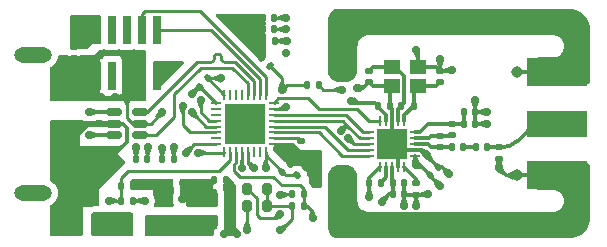
<source format=gbl>
G04 #@! TF.GenerationSoftware,KiCad,Pcbnew,9.0.0*
G04 #@! TF.CreationDate,2025-04-06T23:20:39+02:00*
G04 #@! TF.ProjectId,RF-to-USB,52462d74-6f2d-4555-9342-2e6b69636164,rev?*
G04 #@! TF.SameCoordinates,Original*
G04 #@! TF.FileFunction,Copper,L4,Bot*
G04 #@! TF.FilePolarity,Positive*
%FSLAX46Y46*%
G04 Gerber Fmt 4.6, Leading zero omitted, Abs format (unit mm)*
G04 Created by KiCad (PCBNEW 9.0.0) date 2025-04-06 23:20:39*
%MOMM*%
%LPD*%
G01*
G04 APERTURE LIST*
G04 Aperture macros list*
%AMRoundRect*
0 Rectangle with rounded corners*
0 $1 Rounding radius*
0 $2 $3 $4 $5 $6 $7 $8 $9 X,Y pos of 4 corners*
0 Add a 4 corners polygon primitive as box body*
4,1,4,$2,$3,$4,$5,$6,$7,$8,$9,$2,$3,0*
0 Add four circle primitives for the rounded corners*
1,1,$1+$1,$2,$3*
1,1,$1+$1,$4,$5*
1,1,$1+$1,$6,$7*
1,1,$1+$1,$8,$9*
0 Add four rect primitives between the rounded corners*
20,1,$1+$1,$2,$3,$4,$5,0*
20,1,$1+$1,$4,$5,$6,$7,0*
20,1,$1+$1,$6,$7,$8,$9,0*
20,1,$1+$1,$8,$9,$2,$3,0*%
G04 Aperture macros list end*
G04 #@! TA.AperFunction,HeatsinkPad*
%ADD10O,3.200000X1.300000*%
G04 #@! TD*
G04 #@! TA.AperFunction,SMDPad,CuDef*
%ADD11RoundRect,0.140000X-0.140000X-0.170000X0.140000X-0.170000X0.140000X0.170000X-0.140000X0.170000X0*%
G04 #@! TD*
G04 #@! TA.AperFunction,SMDPad,CuDef*
%ADD12RoundRect,0.147500X-0.147500X-0.172500X0.147500X-0.172500X0.147500X0.172500X-0.147500X0.172500X0*%
G04 #@! TD*
G04 #@! TA.AperFunction,SMDPad,CuDef*
%ADD13RoundRect,0.200000X0.200000X0.275000X-0.200000X0.275000X-0.200000X-0.275000X0.200000X-0.275000X0*%
G04 #@! TD*
G04 #@! TA.AperFunction,SMDPad,CuDef*
%ADD14RoundRect,0.150000X-0.150000X0.512500X-0.150000X-0.512500X0.150000X-0.512500X0.150000X0.512500X0*%
G04 #@! TD*
G04 #@! TA.AperFunction,SMDPad,CuDef*
%ADD15RoundRect,0.147500X0.172500X-0.147500X0.172500X0.147500X-0.172500X0.147500X-0.172500X-0.147500X0*%
G04 #@! TD*
G04 #@! TA.AperFunction,SMDPad,CuDef*
%ADD16RoundRect,0.140000X0.140000X0.170000X-0.140000X0.170000X-0.140000X-0.170000X0.140000X-0.170000X0*%
G04 #@! TD*
G04 #@! TA.AperFunction,SMDPad,CuDef*
%ADD17RoundRect,0.135000X0.185000X-0.135000X0.185000X0.135000X-0.185000X0.135000X-0.185000X-0.135000X0*%
G04 #@! TD*
G04 #@! TA.AperFunction,SMDPad,CuDef*
%ADD18R,5.080000X2.290000*%
G04 #@! TD*
G04 #@! TA.AperFunction,SMDPad,CuDef*
%ADD19R,5.080000X2.420000*%
G04 #@! TD*
G04 #@! TA.AperFunction,SMDPad,CuDef*
%ADD20R,0.950000X0.460000*%
G04 #@! TD*
G04 #@! TA.AperFunction,ComponentPad*
%ADD21C,0.970000*%
G04 #@! TD*
G04 #@! TA.AperFunction,SMDPad,CuDef*
%ADD22RoundRect,0.140000X0.170000X-0.140000X0.170000X0.140000X-0.170000X0.140000X-0.170000X-0.140000X0*%
G04 #@! TD*
G04 #@! TA.AperFunction,SMDPad,CuDef*
%ADD23RoundRect,0.225000X-0.225000X-0.250000X0.225000X-0.250000X0.225000X0.250000X-0.225000X0.250000X0*%
G04 #@! TD*
G04 #@! TA.AperFunction,SMDPad,CuDef*
%ADD24RoundRect,0.140000X0.021213X-0.219203X0.219203X-0.021213X-0.021213X0.219203X-0.219203X0.021213X0*%
G04 #@! TD*
G04 #@! TA.AperFunction,SMDPad,CuDef*
%ADD25R,1.400000X1.150000*%
G04 #@! TD*
G04 #@! TA.AperFunction,SMDPad,CuDef*
%ADD26RoundRect,0.135000X0.135000X0.185000X-0.135000X0.185000X-0.135000X-0.185000X0.135000X-0.185000X0*%
G04 #@! TD*
G04 #@! TA.AperFunction,SMDPad,CuDef*
%ADD27RoundRect,0.140000X-0.021213X0.219203X-0.219203X0.021213X0.021213X-0.219203X0.219203X-0.021213X0*%
G04 #@! TD*
G04 #@! TA.AperFunction,SMDPad,CuDef*
%ADD28RoundRect,0.218750X0.218750X0.381250X-0.218750X0.381250X-0.218750X-0.381250X0.218750X-0.381250X0*%
G04 #@! TD*
G04 #@! TA.AperFunction,SMDPad,CuDef*
%ADD29RoundRect,0.062500X-0.350000X-0.062500X0.350000X-0.062500X0.350000X0.062500X-0.350000X0.062500X0*%
G04 #@! TD*
G04 #@! TA.AperFunction,SMDPad,CuDef*
%ADD30RoundRect,0.062500X-0.062500X-0.350000X0.062500X-0.350000X0.062500X0.350000X-0.062500X0.350000X0*%
G04 #@! TD*
G04 #@! TA.AperFunction,HeatsinkPad*
%ADD31R,2.500000X2.500000*%
G04 #@! TD*
G04 #@! TA.AperFunction,SMDPad,CuDef*
%ADD32RoundRect,0.135000X-0.135000X-0.185000X0.135000X-0.185000X0.135000X0.185000X-0.135000X0.185000X0*%
G04 #@! TD*
G04 #@! TA.AperFunction,SMDPad,CuDef*
%ADD33R,0.740000X2.400000*%
G04 #@! TD*
G04 #@! TA.AperFunction,SMDPad,CuDef*
%ADD34RoundRect,0.135000X-0.185000X0.135000X-0.185000X-0.135000X0.185000X-0.135000X0.185000X0.135000X0*%
G04 #@! TD*
G04 #@! TA.AperFunction,SMDPad,CuDef*
%ADD35RoundRect,0.140000X-0.170000X0.140000X-0.170000X-0.140000X0.170000X-0.140000X0.170000X0.140000X0*%
G04 #@! TD*
G04 #@! TA.AperFunction,SMDPad,CuDef*
%ADD36RoundRect,0.140000X0.219203X0.021213X0.021213X0.219203X-0.219203X-0.021213X-0.021213X-0.219203X0*%
G04 #@! TD*
G04 #@! TA.AperFunction,SMDPad,CuDef*
%ADD37RoundRect,0.062500X0.062500X-0.375000X0.062500X0.375000X-0.062500X0.375000X-0.062500X-0.375000X0*%
G04 #@! TD*
G04 #@! TA.AperFunction,SMDPad,CuDef*
%ADD38RoundRect,0.062500X0.375000X-0.062500X0.375000X0.062500X-0.375000X0.062500X-0.375000X-0.062500X0*%
G04 #@! TD*
G04 #@! TA.AperFunction,HeatsinkPad*
%ADD39R,3.450000X3.450000*%
G04 #@! TD*
G04 #@! TA.AperFunction,SMDPad,CuDef*
%ADD40RoundRect,0.250000X-0.375000X-0.625000X0.375000X-0.625000X0.375000X0.625000X-0.375000X0.625000X0*%
G04 #@! TD*
G04 #@! TA.AperFunction,SMDPad,CuDef*
%ADD41RoundRect,0.150000X0.512500X0.150000X-0.512500X0.150000X-0.512500X-0.150000X0.512500X-0.150000X0*%
G04 #@! TD*
G04 #@! TA.AperFunction,ViaPad*
%ADD42C,0.700000*%
G04 #@! TD*
G04 #@! TA.AperFunction,Conductor*
%ADD43C,0.280000*%
G04 #@! TD*
G04 #@! TA.AperFunction,Conductor*
%ADD44C,0.500000*%
G04 #@! TD*
G04 #@! TA.AperFunction,Conductor*
%ADD45C,0.345000*%
G04 #@! TD*
G04 #@! TA.AperFunction,Conductor*
%ADD46C,0.300000*%
G04 #@! TD*
G04 APERTURE END LIST*
D10*
X78075000Y-54350000D03*
X78075000Y-42650000D03*
D11*
X107270000Y-47000000D03*
X108230000Y-47000000D03*
D12*
X113515000Y-50500000D03*
X114485000Y-50500000D03*
D13*
X97825000Y-55500000D03*
X96175000Y-55500000D03*
D14*
X89550000Y-54862500D03*
X91450000Y-54862500D03*
X90500000Y-57137500D03*
D15*
X113500000Y-49485000D03*
X113500000Y-48515000D03*
D16*
X100970000Y-55500000D03*
X100010000Y-55500000D03*
D11*
X108520000Y-54500000D03*
X109480000Y-54500000D03*
D17*
X100750000Y-51010000D03*
X100750000Y-49990000D03*
D18*
X122430000Y-48500000D03*
D19*
X122430000Y-52880000D03*
X122430000Y-44120000D03*
D20*
X119440000Y-52880000D03*
X119440000Y-44120000D03*
D21*
X118990000Y-52880000D03*
X118990000Y-44120000D03*
D22*
X112500000Y-44980000D03*
X112500000Y-44020000D03*
D23*
X93225000Y-55000000D03*
X94775000Y-55000000D03*
D11*
X85510000Y-53770000D03*
X86470000Y-53770000D03*
D24*
X99160589Y-52589411D03*
X99839411Y-51910589D03*
D25*
X110600000Y-45300000D03*
X108400000Y-45300000D03*
X108400000Y-43700000D03*
X110600000Y-43700000D03*
D24*
X111660589Y-52839411D03*
X112339411Y-52160589D03*
D26*
X110260000Y-47000000D03*
X109240000Y-47000000D03*
D11*
X93410000Y-53270000D03*
X94370000Y-53270000D03*
X114520000Y-48500000D03*
X115480000Y-48500000D03*
D16*
X89950000Y-51520000D03*
X88990000Y-51520000D03*
D27*
X92829411Y-44680589D03*
X92150589Y-45359411D03*
D15*
X112500000Y-50485000D03*
X112500000Y-49515000D03*
D28*
X88062500Y-57000000D03*
X85937500Y-57000000D03*
D11*
X115520000Y-50500000D03*
X116480000Y-50500000D03*
D16*
X98470000Y-39520000D03*
X97510000Y-39520000D03*
D29*
X106515000Y-51210000D03*
X106515000Y-50710000D03*
X106515000Y-50210000D03*
X106515000Y-49710000D03*
X106515000Y-49210000D03*
D30*
X107452500Y-48272500D03*
X107952500Y-48272500D03*
X108452500Y-48272500D03*
X108952500Y-48272500D03*
X109452500Y-48272500D03*
D29*
X110390000Y-49210000D03*
X110390000Y-49710000D03*
X110390000Y-50210000D03*
X110390000Y-50710000D03*
X110390000Y-51210000D03*
D30*
X109452500Y-52147500D03*
X108952500Y-52147500D03*
X108452500Y-52147500D03*
X107952500Y-52147500D03*
X107452500Y-52147500D03*
D31*
X108452500Y-50210000D03*
D32*
X85480000Y-55020000D03*
X86500000Y-55020000D03*
D33*
X88540000Y-44450000D03*
X88540000Y-40550000D03*
X87270000Y-44450000D03*
X87270000Y-40550000D03*
X86000000Y-44450000D03*
X86000000Y-40550000D03*
X84730000Y-44450000D03*
X84730000Y-40550000D03*
X83460000Y-44450000D03*
X83460000Y-40550000D03*
D11*
X114520000Y-47530000D03*
X115480000Y-47530000D03*
D16*
X107480000Y-53500000D03*
X106520000Y-53500000D03*
D13*
X97825000Y-54000000D03*
X96175000Y-54000000D03*
D34*
X110500000Y-53490000D03*
X110500000Y-54510000D03*
D35*
X81500000Y-42020000D03*
X81500000Y-42980000D03*
D16*
X102220000Y-45270000D03*
X101260000Y-45270000D03*
D36*
X98079411Y-43609411D03*
X97400589Y-42930589D03*
D37*
X97750000Y-50937500D03*
X97250000Y-50937500D03*
X96750000Y-50937500D03*
X96250000Y-50937500D03*
X95750000Y-50937500D03*
X95250000Y-50937500D03*
X94750000Y-50937500D03*
X94250000Y-50937500D03*
D38*
X93562500Y-50250000D03*
X93562500Y-49750000D03*
X93562500Y-49250000D03*
X93562500Y-48750000D03*
X93562500Y-48250000D03*
X93562500Y-47750000D03*
X93562500Y-47250000D03*
X93562500Y-46750000D03*
D37*
X94250000Y-46062500D03*
X94750000Y-46062500D03*
X95250000Y-46062500D03*
X95750000Y-46062500D03*
X96250000Y-46062500D03*
X96750000Y-46062500D03*
X97250000Y-46062500D03*
X97750000Y-46062500D03*
D38*
X98437500Y-46750000D03*
X98437500Y-47250000D03*
X98437500Y-47750000D03*
X98437500Y-48250000D03*
X98437500Y-48750000D03*
X98437500Y-49250000D03*
X98437500Y-49750000D03*
X98437500Y-50250000D03*
D39*
X96000000Y-48500000D03*
D40*
X81100000Y-57000000D03*
X83900000Y-57000000D03*
D35*
X106500000Y-44020000D03*
X106500000Y-44980000D03*
D41*
X87137500Y-47550000D03*
X87137500Y-48500000D03*
X87137500Y-49450000D03*
X84862500Y-49450000D03*
X84862500Y-48500000D03*
X84862500Y-47550000D03*
D35*
X117500000Y-50520000D03*
X117500000Y-51480000D03*
D32*
X97480000Y-41520000D03*
X98500000Y-41520000D03*
D16*
X87720000Y-51520000D03*
X86760000Y-51520000D03*
D26*
X101000000Y-54500000D03*
X99980000Y-54500000D03*
D24*
X100400589Y-52859411D03*
X101079411Y-52180589D03*
D11*
X108520000Y-53500000D03*
X109480000Y-53500000D03*
D23*
X93225000Y-57000000D03*
X94775000Y-57000000D03*
D16*
X98470000Y-40520000D03*
X97510000Y-40520000D03*
D42*
X82750000Y-47500000D03*
X82750000Y-49500000D03*
X90706684Y-46986684D03*
X92240000Y-46520000D03*
X91490000Y-47520000D03*
X99490000Y-40520000D03*
X86740000Y-50520000D03*
X99490000Y-39520000D03*
X87740000Y-50520000D03*
X106490000Y-54720000D03*
X109250000Y-49500000D03*
X83490000Y-46270000D03*
X107750000Y-49500000D03*
X110500000Y-55500000D03*
X101990000Y-52270000D03*
X96490000Y-40520000D03*
X112500000Y-43000000D03*
X113250000Y-52750000D03*
X110500000Y-42250000D03*
X111500000Y-54500000D03*
X82175000Y-45770000D03*
X105490000Y-45520000D03*
X94190000Y-57850000D03*
X85990000Y-46270000D03*
X111351119Y-51102413D03*
X116500000Y-48500000D03*
X88990000Y-47520000D03*
X88832500Y-54862500D03*
X117490000Y-52270000D03*
X87490000Y-53770000D03*
X80740000Y-43770000D03*
X116500000Y-47500000D03*
X99521300Y-50997108D03*
X91490000Y-46020000D03*
X89550000Y-53520000D03*
X107750000Y-51000000D03*
X87240000Y-46270000D03*
X84990000Y-46270000D03*
X98990000Y-57520000D03*
X109480000Y-55500000D03*
X115500000Y-46500000D03*
X82175000Y-45020000D03*
X96490000Y-39520000D03*
X79990000Y-43770000D03*
X104240000Y-45619997D03*
X113500000Y-44000000D03*
X96490000Y-41520000D03*
X95290000Y-57820000D03*
X81490000Y-43770000D03*
X101990000Y-53520000D03*
X82175000Y-44270000D03*
X82240000Y-52770000D03*
X81425000Y-53270000D03*
X82240000Y-52020000D03*
X80675000Y-53270000D03*
X79925000Y-53270000D03*
X82240000Y-51270000D03*
X90990000Y-50961000D03*
X91490000Y-53520000D03*
X99137557Y-45682185D03*
X110500000Y-52000000D03*
X97750000Y-52250000D03*
X90740000Y-53520000D03*
X107590000Y-55120000D03*
X87490000Y-55020000D03*
X90690000Y-54862500D03*
X112500000Y-53750000D03*
X89490000Y-43820000D03*
X98990000Y-54520000D03*
X95750000Y-52250000D03*
X93990000Y-44680589D03*
X105002625Y-46560000D03*
X104112896Y-49114309D03*
X91990000Y-50961000D03*
X99490000Y-42520000D03*
X104750000Y-49750000D03*
X99490000Y-47060000D03*
X96740000Y-52270000D03*
X82490000Y-39770000D03*
X88990000Y-50532096D03*
X99514191Y-41520000D03*
X89950000Y-50520000D03*
X101740000Y-56500000D03*
X84490000Y-55020000D03*
X98990000Y-56190000D03*
X96175000Y-57520000D03*
D43*
X86090000Y-52520000D02*
X93822541Y-52520000D01*
X85510000Y-53100000D02*
X86090000Y-52520000D01*
X93822541Y-52520000D02*
X94750000Y-51592541D01*
X94750000Y-51592541D02*
X94750000Y-50937500D01*
X85510000Y-53770000D02*
X85510000Y-53100000D01*
X91701000Y-50250000D02*
X93562500Y-50250000D01*
X90990000Y-50961000D02*
X91701000Y-50250000D01*
X90990000Y-51020000D02*
X90990000Y-50961000D01*
X87270000Y-39240000D02*
X87270000Y-40550000D01*
X92146472Y-38941000D02*
X87569000Y-38941000D01*
X97750000Y-44544528D02*
X92146472Y-38941000D01*
X97750000Y-46062500D02*
X97750000Y-44544528D01*
X87569000Y-38941000D02*
X87270000Y-39240000D01*
X97400589Y-42430589D02*
X96490000Y-41520000D01*
X97400589Y-42930589D02*
X97400589Y-42430589D01*
D44*
X88860000Y-44450000D02*
X88540000Y-44450000D01*
X89490000Y-43820000D02*
X88860000Y-44450000D01*
D45*
X82800000Y-47550000D02*
X82750000Y-47500000D01*
X84862500Y-47550000D02*
X82800000Y-47550000D01*
X84862500Y-49450000D02*
X82800000Y-49450000D01*
X82800000Y-49450000D02*
X82750000Y-49500000D01*
X117661573Y-50520000D02*
X117500000Y-50520000D01*
X116500000Y-50520000D02*
X116480000Y-50500000D01*
X117500000Y-50520000D02*
X116500000Y-50520000D01*
X122430000Y-48500000D02*
X121338427Y-48500000D01*
X119924213Y-49085787D02*
X119075786Y-49934214D01*
X117661573Y-50520000D02*
G75*
G03*
X119075800Y-49934228I27J2000000D01*
G01*
X119924213Y-49085787D02*
G75*
G02*
X121338427Y-48500019I1414187J-1414213D01*
G01*
X111750000Y-49515000D02*
X111578500Y-49686500D01*
X112500000Y-49515000D02*
X113470000Y-49515000D01*
X112500000Y-49515000D02*
X111750000Y-49515000D01*
D46*
X111250000Y-49710000D02*
X110390000Y-49710000D01*
D45*
X113470000Y-49515000D02*
X113500000Y-49485000D01*
X111578500Y-49686500D02*
X111250000Y-49686500D01*
D46*
X110500000Y-53490000D02*
X110500000Y-53195000D01*
X110500000Y-53195000D02*
X109452500Y-52147500D01*
X113500000Y-48515000D02*
X111485000Y-48515000D01*
X111485000Y-48515000D02*
X110790000Y-49210000D01*
X114520000Y-47530000D02*
X114520000Y-48500000D01*
X113500000Y-48515000D02*
X114505000Y-48515000D01*
X110790000Y-49210000D02*
X110390000Y-49210000D01*
X114505000Y-48515000D02*
X114520000Y-48500000D01*
D43*
X99498000Y-48749000D02*
X98437500Y-48749000D01*
X104732778Y-50710000D02*
X102773778Y-48751000D01*
X102773778Y-48751000D02*
X99500000Y-48751000D01*
X106515000Y-50710000D02*
X104732778Y-50710000D01*
X99500000Y-48751000D02*
X99498000Y-48749000D01*
D46*
X110260000Y-45640000D02*
X110600000Y-45300000D01*
X109452500Y-47807500D02*
X110260000Y-47000000D01*
X110600000Y-45300000D02*
X112180000Y-45300000D01*
X109452500Y-48272500D02*
X109452500Y-47807500D01*
X112180000Y-45300000D02*
X112500000Y-44980000D01*
X110260000Y-47000000D02*
X110260000Y-45640000D01*
X109451000Y-46789000D02*
X109451000Y-44451000D01*
X108700000Y-43700000D02*
X108400000Y-43700000D01*
X108400000Y-43700000D02*
X106820000Y-43700000D01*
X106820000Y-43700000D02*
X106500000Y-44020000D01*
X109240000Y-47000000D02*
X109451000Y-46789000D01*
X108952500Y-48272500D02*
X108952500Y-47287500D01*
X108952500Y-47287500D02*
X109240000Y-47000000D01*
X109451000Y-44451000D02*
X108700000Y-43700000D01*
D45*
X113515000Y-50500000D02*
X112515000Y-50500000D01*
D46*
X110390000Y-50210000D02*
X111250000Y-50210000D01*
D45*
X112515000Y-50500000D02*
X112500000Y-50485000D01*
X112485000Y-50500000D02*
X112500000Y-50485000D01*
X111750000Y-50500000D02*
X111483500Y-50233500D01*
X111750000Y-50500000D02*
X112485000Y-50500000D01*
X111483500Y-50233500D02*
X111250000Y-50233500D01*
D46*
X107952500Y-52147500D02*
X107952500Y-53027500D01*
X107952500Y-53027500D02*
X107480000Y-53500000D01*
D43*
X91345000Y-49250000D02*
X93562500Y-49250000D01*
X90706684Y-46986684D02*
X90706684Y-48611684D01*
X90706684Y-48611684D02*
X91345000Y-49250000D01*
X92240000Y-47520000D02*
X92970000Y-48250000D01*
X92970000Y-48250000D02*
X93562500Y-48250000D01*
X92240000Y-46520000D02*
X92240000Y-47520000D01*
X91490000Y-47542778D02*
X92697222Y-48750000D01*
X92697222Y-48750000D02*
X93562500Y-48750000D01*
X91490000Y-47520000D02*
X91490000Y-47542778D01*
X98470000Y-40520000D02*
X99490000Y-40520000D01*
X86760000Y-50540000D02*
X86760000Y-51520000D01*
X86740000Y-50520000D02*
X86760000Y-50540000D01*
X98470000Y-39520000D02*
X99490000Y-39520000D01*
X87720000Y-50540000D02*
X87720000Y-51520000D01*
X87740000Y-50520000D02*
X87720000Y-50540000D01*
D44*
X83460000Y-42975000D02*
X83460000Y-44450000D01*
X85581000Y-42520000D02*
X83915000Y-42520000D01*
D43*
X97480000Y-41520000D02*
X96490000Y-41520000D01*
X101079411Y-51339411D02*
X100750000Y-51010000D01*
D46*
X109480000Y-53500000D02*
X109480000Y-54500000D01*
D44*
X82355000Y-44450000D02*
X82175000Y-44270000D01*
D43*
X83460000Y-46240000D02*
X83490000Y-46270000D01*
D44*
X87090000Y-42520000D02*
X85581000Y-42520000D01*
D43*
X101990000Y-53520000D02*
X101990000Y-53091178D01*
X99839411Y-51315219D02*
X99524192Y-51000000D01*
X87490000Y-53770000D02*
X86470000Y-53770000D01*
X117500000Y-51480000D02*
X117500000Y-52260000D01*
D46*
X111351119Y-51102413D02*
X111351119Y-51172297D01*
D43*
X83460000Y-44450000D02*
X83460000Y-46240000D01*
D46*
X115480000Y-47530000D02*
X115480000Y-48500000D01*
X106520000Y-53500000D02*
X106520000Y-53080000D01*
X112500000Y-44020000D02*
X112500000Y-43000000D01*
D43*
X102569997Y-45619997D02*
X102220000Y-45270000D01*
D46*
X108452500Y-48272500D02*
X108452500Y-50210000D01*
D43*
X98437500Y-50250000D02*
X99990000Y-50250000D01*
D46*
X115480000Y-47530000D02*
X116470000Y-47530000D01*
D43*
X100750000Y-51010000D02*
X100740000Y-51010000D01*
D46*
X108400000Y-45300000D02*
X106820000Y-45300000D01*
X115480000Y-48500000D02*
X116500000Y-48500000D01*
D44*
X87270000Y-42700000D02*
X87090000Y-42520000D01*
D46*
X109480000Y-55480000D02*
X109480000Y-54500000D01*
D43*
X97825000Y-54000000D02*
X97825000Y-55500000D01*
X92150589Y-45359411D02*
X91490000Y-46020000D01*
X100010000Y-55500000D02*
X97825000Y-55500000D01*
D46*
X110600000Y-43700000D02*
X112180000Y-43700000D01*
D43*
X117500000Y-52260000D02*
X117490000Y-52270000D01*
D46*
X108230000Y-45470000D02*
X108400000Y-45300000D01*
X110600000Y-43700000D02*
X110600000Y-42350000D01*
X108952500Y-52147500D02*
X108952500Y-50710000D01*
D43*
X87137500Y-48500000D02*
X86475001Y-48500000D01*
D46*
X112500000Y-44020000D02*
X113480000Y-44020000D01*
D43*
X97510000Y-39520000D02*
X96490000Y-39520000D01*
X101990000Y-52270000D02*
X101168822Y-52270000D01*
D44*
X87270000Y-44450000D02*
X87270000Y-42700000D01*
D43*
X101079411Y-52180589D02*
X100809411Y-51910589D01*
D46*
X108452500Y-47222500D02*
X108230000Y-47000000D01*
X106490000Y-54260000D02*
X106490000Y-54720000D01*
D44*
X94775000Y-53675000D02*
X94370000Y-53270000D01*
D43*
X84990000Y-46270000D02*
X85990000Y-46270000D01*
D46*
X111490000Y-54510000D02*
X111500000Y-54500000D01*
X108452500Y-48272500D02*
X108452500Y-47222500D01*
X112660589Y-52160589D02*
X113250000Y-52750000D01*
X108452500Y-50202500D02*
X107750000Y-49500000D01*
D43*
X86000000Y-44450000D02*
X86000000Y-46260000D01*
X86475001Y-48500000D02*
X85990000Y-48014999D01*
D46*
X115480000Y-46520000D02*
X115500000Y-46500000D01*
D43*
X88010000Y-48500000D02*
X87137500Y-48500000D01*
X100010000Y-56568856D02*
X100010000Y-55500000D01*
D46*
X109500000Y-55500000D02*
X109480000Y-55480000D01*
D44*
X94775000Y-55000000D02*
X94775000Y-53675000D01*
X89550000Y-53520000D02*
X89550000Y-54862500D01*
D43*
X101079411Y-52180589D02*
X101079411Y-51339411D01*
D46*
X106820000Y-45300000D02*
X106500000Y-44980000D01*
D44*
X83915000Y-42520000D02*
X83460000Y-42975000D01*
D43*
X100737108Y-50997108D02*
X100750000Y-51010000D01*
D46*
X108400000Y-45300000D02*
X107950000Y-45300000D01*
D43*
X94190000Y-57850000D02*
X94260000Y-57850000D01*
X87270000Y-46240000D02*
X87240000Y-46270000D01*
D46*
X116470000Y-47530000D02*
X116500000Y-47500000D01*
D44*
X81500000Y-43760000D02*
X81490000Y-43770000D01*
X94775000Y-57000000D02*
X94775000Y-57305000D01*
X79990000Y-43770000D02*
X81490000Y-43770000D01*
D46*
X106520000Y-53500000D02*
X106520000Y-54690000D01*
X112180000Y-43700000D02*
X112500000Y-44020000D01*
D43*
X88990000Y-47520000D02*
X88010000Y-48500000D01*
D46*
X111351119Y-51172297D02*
X112339411Y-52160589D01*
D43*
X93562500Y-46750000D02*
X93541178Y-46750000D01*
D46*
X110500000Y-54510000D02*
X110500000Y-55500000D01*
D43*
X97510000Y-40520000D02*
X96490000Y-40520000D01*
D46*
X108452500Y-50297500D02*
X107750000Y-51000000D01*
D44*
X81500000Y-42980000D02*
X81500000Y-43760000D01*
D46*
X106520000Y-53080000D02*
X107452500Y-52147500D01*
D44*
X86000000Y-42939000D02*
X85581000Y-42520000D01*
X86000000Y-44450000D02*
X86000000Y-42939000D01*
D46*
X113480000Y-44020000D02*
X113500000Y-44000000D01*
D43*
X94260000Y-57850000D02*
X94775000Y-57335000D01*
D46*
X110500000Y-54510000D02*
X109490000Y-54510000D01*
X110390000Y-50710000D02*
X108952500Y-50710000D01*
D44*
X94775000Y-57305000D02*
X95290000Y-57820000D01*
X82175000Y-44270000D02*
X82175000Y-45770000D01*
D43*
X99990000Y-50250000D02*
X100750000Y-51010000D01*
D46*
X109490000Y-54510000D02*
X109480000Y-54500000D01*
D43*
X100809411Y-51910589D02*
X99839411Y-51910589D01*
X118100000Y-52880000D02*
X117490000Y-52270000D01*
X118990000Y-52880000D02*
X118100000Y-52880000D01*
D44*
X88832500Y-54862500D02*
X89550000Y-54862500D01*
D43*
X93541178Y-46750000D02*
X92150589Y-45359411D01*
X87270000Y-44450000D02*
X87270000Y-46240000D01*
D46*
X110958706Y-50710000D02*
X110390000Y-50710000D01*
D43*
X101990000Y-53091178D02*
X101079411Y-52180589D01*
D46*
X110600000Y-42350000D02*
X110500000Y-42250000D01*
X106520000Y-54690000D02*
X106490000Y-54720000D01*
D43*
X104240000Y-45619997D02*
X102569997Y-45619997D01*
D46*
X108540000Y-50210000D02*
X109250000Y-49500000D01*
D44*
X83460000Y-44450000D02*
X82355000Y-44450000D01*
D43*
X99058856Y-57520000D02*
X100010000Y-56568856D01*
D44*
X87270000Y-44450000D02*
X86000000Y-44450000D01*
D43*
X99839411Y-51910589D02*
X99839411Y-51315219D01*
X86000000Y-46260000D02*
X85990000Y-46270000D01*
D46*
X108452500Y-50210000D02*
X108452500Y-50297500D01*
X108452500Y-50210000D02*
X108452500Y-50202500D01*
X108952500Y-50710000D02*
X108452500Y-50210000D01*
D43*
X99521300Y-50997108D02*
X100737108Y-50997108D01*
D44*
X94775000Y-55000000D02*
X94775000Y-57000000D01*
D46*
X105960000Y-45520000D02*
X106500000Y-44980000D01*
X110500000Y-54510000D02*
X111490000Y-54510000D01*
D43*
X94775000Y-57335000D02*
X94775000Y-57000000D01*
D46*
X115480000Y-47530000D02*
X115480000Y-46520000D01*
D43*
X85990000Y-48014999D02*
X85990000Y-46270000D01*
D46*
X105490000Y-45520000D02*
X105960000Y-45520000D01*
X108452500Y-50210000D02*
X108540000Y-50210000D01*
X111351119Y-51102413D02*
X110958706Y-50710000D01*
X112339411Y-52160589D02*
X112660589Y-52160589D01*
X108230000Y-47000000D02*
X108230000Y-45470000D01*
D43*
X100740000Y-51010000D02*
X99839411Y-51910589D01*
X101168822Y-52270000D02*
X101079411Y-52180589D01*
D46*
X84862500Y-48500000D02*
X85628500Y-48500000D01*
X85990000Y-48861500D02*
X85990000Y-50020000D01*
D44*
X81740000Y-50770000D02*
X82240000Y-51270000D01*
X82418214Y-48699000D02*
X81740000Y-49377214D01*
X84862500Y-48500000D02*
X82641389Y-48500000D01*
X81740000Y-49377214D02*
X81740000Y-50770000D01*
D46*
X83990000Y-52020000D02*
X82240000Y-52020000D01*
X85990000Y-50020000D02*
X83990000Y-52020000D01*
X85628500Y-48500000D02*
X85990000Y-48861500D01*
D44*
X82442389Y-48699000D02*
X82418214Y-48699000D01*
X82641389Y-48500000D02*
X82442389Y-48699000D01*
D43*
X106522500Y-48272500D02*
X105501000Y-47251000D01*
X102221000Y-47251000D02*
X101339000Y-46369000D01*
X105501000Y-47251000D02*
X102221000Y-47251000D01*
X101339000Y-46369000D02*
X99427964Y-46369000D01*
X99427964Y-46369000D02*
X99423779Y-46373185D01*
X107452500Y-48272500D02*
X106522500Y-48272500D01*
X98814315Y-46373185D02*
X98437500Y-46750000D01*
X99423779Y-46373185D02*
X98814315Y-46373185D01*
D46*
X107952500Y-47773490D02*
X107270000Y-47090990D01*
D44*
X91587500Y-55000000D02*
X91450000Y-54862500D01*
D46*
X110500000Y-52000000D02*
X110821178Y-52000000D01*
D43*
X92868089Y-44680589D02*
X94250000Y-46062500D01*
D46*
X105201625Y-46759000D02*
X105002625Y-46560000D01*
D43*
X99137557Y-45682185D02*
X99549742Y-45270000D01*
D44*
X91450000Y-54862500D02*
X90747500Y-54862500D01*
X91490000Y-53520000D02*
X91490000Y-54822500D01*
X93225000Y-55000000D02*
X91587500Y-55000000D01*
X93410000Y-53270000D02*
X93010000Y-53670000D01*
D46*
X110390000Y-51890000D02*
X110500000Y-52000000D01*
D43*
X95750000Y-50937500D02*
X95750000Y-52250000D01*
D44*
X93010000Y-54785000D02*
X93225000Y-55000000D01*
D46*
X107270000Y-47000000D02*
X107029000Y-46759000D01*
X110390000Y-51210000D02*
X110390000Y-51890000D01*
D44*
X91490000Y-54822500D02*
X91450000Y-54862500D01*
D46*
X108210000Y-54500000D02*
X108365000Y-54345000D01*
X107952500Y-48272500D02*
X107952500Y-47773490D01*
D43*
X99980000Y-54500000D02*
X99010000Y-54500000D01*
D46*
X108452500Y-52147500D02*
X108452500Y-53432500D01*
X107029000Y-46759000D02*
X105201625Y-46759000D01*
D43*
X99137557Y-44667557D02*
X98079411Y-43609411D01*
X92829411Y-44680589D02*
X93990000Y-44680589D01*
X86500000Y-55020000D02*
X87490000Y-55020000D01*
X99137557Y-45682185D02*
X99137557Y-44667557D01*
X97750000Y-50937500D02*
X97750000Y-52250000D01*
D46*
X108520000Y-53500000D02*
X108520000Y-54500000D01*
X107590000Y-55120000D02*
X108210000Y-54500000D01*
D43*
X97750000Y-50937500D02*
X97750000Y-51178822D01*
D44*
X90747500Y-54862500D02*
X90690000Y-54920000D01*
D46*
X110821178Y-52000000D02*
X111660589Y-52839411D01*
X107270000Y-47090990D02*
X107270000Y-47000000D01*
D44*
X90740000Y-53520000D02*
X91490000Y-53520000D01*
D43*
X99160589Y-52589411D02*
X99430589Y-52859411D01*
X97750000Y-51178822D02*
X99160589Y-52589411D01*
X99430589Y-52859411D02*
X100400589Y-52859411D01*
D46*
X111660589Y-52839411D02*
X111660589Y-52910589D01*
D43*
X99549742Y-45270000D02*
X101260000Y-45270000D01*
D46*
X108365000Y-54345000D02*
X108520000Y-54500000D01*
X111660589Y-52910589D02*
X112500000Y-53750000D01*
D44*
X93010000Y-53670000D02*
X93010000Y-54785000D01*
D43*
X92829411Y-44680589D02*
X92868089Y-44680589D01*
X93990000Y-44680589D02*
X93990000Y-44770000D01*
D46*
X108452500Y-53432500D02*
X108520000Y-53500000D01*
D43*
X99010000Y-54500000D02*
X98990000Y-54520000D01*
X97250000Y-46062500D02*
X97250000Y-44724764D01*
X93075236Y-40550000D02*
X88540000Y-40550000D01*
X97250000Y-44724764D02*
X93075236Y-40550000D01*
X105710000Y-49710000D02*
X104755000Y-48755000D01*
X104755000Y-48755000D02*
X104250000Y-48250000D01*
X106515000Y-49710000D02*
X105710000Y-49710000D01*
X104630000Y-48630000D02*
X104597205Y-48630000D01*
X104755000Y-48755000D02*
X104630000Y-48630000D01*
X104250000Y-48250000D02*
X98437500Y-48250000D01*
X104597205Y-48630000D02*
X104112896Y-49114309D01*
X93989544Y-42859349D02*
X93989544Y-43049000D01*
X96750000Y-44905000D02*
X96750000Y-46062500D01*
X93629544Y-42619349D02*
X93749544Y-42619349D01*
X94229544Y-43289000D02*
X94349544Y-43289000D01*
X87710000Y-47550000D02*
X91971000Y-43289000D01*
X95134000Y-43289000D02*
X96750000Y-44905000D01*
X93389544Y-43049000D02*
X93389544Y-42859349D01*
X91971000Y-43289000D02*
X93149544Y-43289000D01*
X94349544Y-43289000D02*
X95134000Y-43289000D01*
X87137500Y-47550000D02*
X87710000Y-47550000D01*
X93389544Y-42859349D02*
G75*
G02*
X93629544Y-42619344I239956J49D01*
G01*
X93749544Y-42619349D02*
G75*
G02*
X93989451Y-42859349I-44J-239951D01*
G01*
X93149544Y-43289000D02*
G75*
G03*
X93389500Y-43049000I-44J240000D01*
G01*
X93989544Y-43049000D02*
G75*
G03*
X94229544Y-43288956I239956J0D01*
G01*
X102250000Y-49250000D02*
X104210000Y-51210000D01*
X98437500Y-49250000D02*
X102250000Y-49250000D01*
X104210000Y-51210000D02*
X106515000Y-51210000D01*
X100510000Y-49750000D02*
X100750000Y-49990000D01*
X98437500Y-49750000D02*
X100510000Y-49750000D01*
X91990000Y-50961000D02*
X94226500Y-50961000D01*
X94226500Y-50961000D02*
X94250000Y-50937500D01*
X105988284Y-49210000D02*
X106515000Y-49210000D01*
X98437500Y-47750000D02*
X104528284Y-47750000D01*
X104528284Y-47750000D02*
X105988284Y-49210000D01*
X105210000Y-50210000D02*
X104750000Y-49750000D01*
X106515000Y-50210000D02*
X105750000Y-50210000D01*
X99490000Y-47060000D02*
X99300000Y-47250000D01*
X99300000Y-47250000D02*
X98437500Y-47250000D01*
X105750000Y-50210000D02*
X105210000Y-50210000D01*
X96250000Y-50937500D02*
X96250000Y-51772778D01*
X83270000Y-40550000D02*
X82490000Y-39770000D01*
X96250000Y-51772778D02*
X96740000Y-52262778D01*
D44*
X82210000Y-40550000D02*
X83460000Y-40550000D01*
X81500000Y-41260000D02*
X82210000Y-40550000D01*
D43*
X83460000Y-40550000D02*
X83270000Y-40550000D01*
X96740000Y-52262778D02*
X96740000Y-52270000D01*
D44*
X81500000Y-42020000D02*
X81500000Y-41260000D01*
D43*
X88460000Y-49450000D02*
X89990000Y-47920000D01*
X87137500Y-49450000D02*
X88460000Y-49450000D01*
X89990000Y-46020000D02*
X92240000Y-43770000D01*
X89990000Y-47920000D02*
X89990000Y-46020000D01*
X96250000Y-45085236D02*
X96250000Y-46062500D01*
X94934764Y-43770000D02*
X96250000Y-45085236D01*
X92240000Y-43770000D02*
X94934764Y-43770000D01*
D44*
X88200000Y-57137500D02*
X88062500Y-57000000D01*
X93225000Y-57000000D02*
X90637500Y-57000000D01*
X90637500Y-57000000D02*
X90500000Y-57137500D01*
X90500000Y-57137500D02*
X88200000Y-57137500D01*
D43*
X88990000Y-51520000D02*
X88990000Y-50532096D01*
X98500000Y-41520000D02*
X99514191Y-41520000D01*
X89950000Y-50540000D02*
X89950000Y-51520000D01*
X89970000Y-50520000D02*
X89950000Y-50540000D01*
X101000000Y-55470000D02*
X100970000Y-55500000D01*
X101000000Y-54500000D02*
X101000000Y-55470000D01*
X101740000Y-56000000D02*
X101240000Y-55500000D01*
X99100000Y-53720000D02*
X100690000Y-53720000D01*
X95250000Y-50937500D02*
X95250000Y-51772778D01*
X95059000Y-52536222D02*
X95542778Y-53020000D01*
X101000000Y-54030000D02*
X101000000Y-54500000D01*
X101740000Y-56500000D02*
X101740000Y-56000000D01*
X95059000Y-51963778D02*
X95059000Y-52536222D01*
X100690000Y-53720000D02*
X101000000Y-54030000D01*
X101240000Y-55500000D02*
X100970000Y-55500000D01*
X95542778Y-53020000D02*
X98400000Y-53020000D01*
X98400000Y-53020000D02*
X99100000Y-53720000D01*
X95250000Y-51772778D02*
X95059000Y-51963778D01*
X85480000Y-53800000D02*
X85510000Y-53770000D01*
X84490000Y-55020000D02*
X85480000Y-55020000D01*
X85480000Y-55020000D02*
X85480000Y-53800000D01*
D45*
X115520000Y-50500000D02*
X114485000Y-50500000D01*
D43*
X96175000Y-54000000D02*
X97000000Y-54825000D01*
X97290000Y-56520000D02*
X98660000Y-56520000D01*
X97000000Y-54825000D02*
X97000000Y-56230000D01*
X98660000Y-56520000D02*
X98990000Y-56190000D01*
X97000000Y-56230000D02*
X97290000Y-56520000D01*
X96175000Y-57520000D02*
X96175000Y-55500000D01*
D44*
X83900000Y-57000000D02*
X85937500Y-57000000D01*
G04 #@! TA.AperFunction,Conductor*
G36*
X123504418Y-38800816D02*
G01*
X123733020Y-38817165D01*
X123750529Y-38819683D01*
X123970144Y-38867458D01*
X123987103Y-38872437D01*
X124197694Y-38950983D01*
X124213777Y-38958327D01*
X124411036Y-39066040D01*
X124425919Y-39075605D01*
X124605836Y-39210289D01*
X124619207Y-39221875D01*
X124778124Y-39380792D01*
X124789710Y-39394163D01*
X124924394Y-39574080D01*
X124933959Y-39588963D01*
X125041669Y-39786217D01*
X125049019Y-39802311D01*
X125127559Y-40012887D01*
X125132543Y-40029862D01*
X125180316Y-40249470D01*
X125182834Y-40266982D01*
X125199184Y-40495581D01*
X125199500Y-40504427D01*
X125199500Y-44954701D01*
X125179815Y-45021740D01*
X125154164Y-45050555D01*
X125065008Y-45123723D01*
X125044798Y-45137227D01*
X124893457Y-45218121D01*
X124870998Y-45227424D01*
X124706775Y-45277240D01*
X124682934Y-45281982D01*
X124506061Y-45299403D01*
X124493907Y-45300000D01*
X120906093Y-45300000D01*
X120893939Y-45299403D01*
X120717065Y-45281982D01*
X120693224Y-45277240D01*
X120529001Y-45227424D01*
X120506543Y-45218121D01*
X120355201Y-45137227D01*
X120334989Y-45123722D01*
X120202333Y-45014854D01*
X120185145Y-44997666D01*
X120076277Y-44865010D01*
X120062772Y-44844798D01*
X120051507Y-44823722D01*
X119981877Y-44693453D01*
X119972575Y-44670998D01*
X119922757Y-44506769D01*
X119918018Y-44482941D01*
X119900597Y-44306061D01*
X119900000Y-44293907D01*
X119900000Y-43906092D01*
X119900597Y-43893938D01*
X119918018Y-43717056D01*
X119922757Y-43693232D01*
X119972577Y-43528994D01*
X119981875Y-43506549D01*
X120062775Y-43355195D01*
X120076272Y-43334995D01*
X120185149Y-43202328D01*
X120202328Y-43185149D01*
X120334995Y-43076272D01*
X120355195Y-43062775D01*
X120506549Y-42981875D01*
X120528994Y-42972577D01*
X120693232Y-42922757D01*
X120717056Y-42918018D01*
X120893939Y-42900597D01*
X120906093Y-42900000D01*
X122049997Y-42900000D01*
X122050000Y-42900000D01*
X122235336Y-42881746D01*
X122413549Y-42827686D01*
X122577792Y-42739896D01*
X122721751Y-42621751D01*
X122839896Y-42477792D01*
X122927686Y-42313549D01*
X122981746Y-42135336D01*
X123000000Y-41950000D01*
X122981746Y-41764664D01*
X122927686Y-41586451D01*
X122839896Y-41422208D01*
X122839893Y-41422204D01*
X122721751Y-41278248D01*
X122577795Y-41160106D01*
X122577793Y-41160105D01*
X122577792Y-41160104D01*
X122413549Y-41072314D01*
X122324442Y-41045284D01*
X122235334Y-41018253D01*
X122099849Y-41004909D01*
X122050000Y-41000000D01*
X122049997Y-41000000D01*
X106500003Y-41000000D01*
X106500000Y-41000000D01*
X106451844Y-41004743D01*
X106304911Y-41019214D01*
X106194149Y-41052813D01*
X106117317Y-41076120D01*
X106117314Y-41076121D01*
X106117312Y-41076122D01*
X106117309Y-41076123D01*
X105944435Y-41168526D01*
X105944428Y-41168531D01*
X105792892Y-41292892D01*
X105668531Y-41444428D01*
X105668526Y-41444435D01*
X105576123Y-41617309D01*
X105576122Y-41617312D01*
X105519214Y-41804911D01*
X105500000Y-42000003D01*
X105500000Y-43993907D01*
X105499403Y-44006061D01*
X105481982Y-44182934D01*
X105477240Y-44206775D01*
X105427424Y-44370998D01*
X105418121Y-44393456D01*
X105337227Y-44544798D01*
X105323722Y-44565010D01*
X105214854Y-44697666D01*
X105197666Y-44714854D01*
X105065010Y-44823722D01*
X105044798Y-44837227D01*
X104893456Y-44918121D01*
X104870998Y-44927424D01*
X104706775Y-44977240D01*
X104682934Y-44981982D01*
X104506061Y-44999403D01*
X104493907Y-45000000D01*
X104006093Y-45000000D01*
X103993939Y-44999403D01*
X103817065Y-44981982D01*
X103793224Y-44977240D01*
X103629001Y-44927424D01*
X103606543Y-44918121D01*
X103455201Y-44837227D01*
X103434989Y-44823722D01*
X103302333Y-44714854D01*
X103285145Y-44697666D01*
X103176277Y-44565010D01*
X103162772Y-44544798D01*
X103081877Y-44393453D01*
X103072575Y-44370998D01*
X103052877Y-44306061D01*
X103022757Y-44206769D01*
X103018018Y-44182941D01*
X103000597Y-44006061D01*
X103000000Y-43993907D01*
X103000000Y-39756092D01*
X103000597Y-39743938D01*
X103014248Y-39605336D01*
X103018018Y-39567056D01*
X103022757Y-39543232D01*
X103072577Y-39378994D01*
X103081875Y-39356549D01*
X103162775Y-39205195D01*
X103176272Y-39184995D01*
X103285149Y-39052328D01*
X103302328Y-39035149D01*
X103434995Y-38926272D01*
X103455195Y-38912775D01*
X103606549Y-38831875D01*
X103628998Y-38822576D01*
X103666816Y-38811104D01*
X103684176Y-38805839D01*
X103720170Y-38800500D01*
X123452405Y-38800500D01*
X123495572Y-38800500D01*
X123504418Y-38800816D01*
G37*
G04 #@! TD.AperFunction*
G04 #@! TA.AperFunction,Conductor*
G36*
X94503318Y-52939685D02*
G01*
X94526740Y-52959189D01*
X95072179Y-53540991D01*
X95206463Y-53684227D01*
X95237953Y-53746598D01*
X95240000Y-53769036D01*
X95240000Y-57896000D01*
X95220315Y-57963039D01*
X95167511Y-58008794D01*
X95116000Y-58020000D01*
X94364000Y-58020000D01*
X94296961Y-58000315D01*
X94251206Y-57947511D01*
X94240000Y-57896000D01*
X94240000Y-54270000D01*
X94126319Y-54156319D01*
X94111615Y-54129391D01*
X94095023Y-54103573D01*
X94094131Y-54097372D01*
X94092834Y-54094996D01*
X94090000Y-54068638D01*
X94090000Y-53819079D01*
X94107267Y-53755959D01*
X94142494Y-53696395D01*
X94187643Y-53540993D01*
X94190500Y-53504690D01*
X94190500Y-53109207D01*
X94199144Y-53079766D01*
X94205668Y-53049780D01*
X94209422Y-53044764D01*
X94210185Y-53042168D01*
X94226819Y-53021526D01*
X94292026Y-52956319D01*
X94353349Y-52922834D01*
X94379707Y-52920000D01*
X94436279Y-52920000D01*
X94503318Y-52939685D01*
G37*
G04 #@! TD.AperFunction*
G04 #@! TA.AperFunction,Conductor*
G36*
X89860291Y-53180185D02*
G01*
X89906046Y-53232989D01*
X89915990Y-53302147D01*
X89914869Y-53308691D01*
X89889500Y-53436228D01*
X89889500Y-53603771D01*
X89922182Y-53768074D01*
X89922184Y-53768082D01*
X89980561Y-53909015D01*
X89990000Y-53956468D01*
X89990000Y-54341650D01*
X89970315Y-54408689D01*
X89969102Y-54410540D01*
X89936298Y-54459634D01*
X89936296Y-54459638D01*
X89872184Y-54614417D01*
X89872182Y-54614425D01*
X89839500Y-54778728D01*
X89839500Y-54946271D01*
X89872182Y-55110574D01*
X89872184Y-55110582D01*
X89936295Y-55265360D01*
X89936296Y-55265362D01*
X89936297Y-55265363D01*
X89969102Y-55314459D01*
X89974752Y-55332504D01*
X89984977Y-55348414D01*
X89989428Y-55379373D01*
X89989980Y-55381135D01*
X89990000Y-55383349D01*
X89990000Y-55396000D01*
X89970315Y-55463039D01*
X89917511Y-55508794D01*
X89866000Y-55520000D01*
X88389047Y-55520000D01*
X88322008Y-55500315D01*
X88276253Y-55447511D01*
X88266309Y-55378353D01*
X88274486Y-55348547D01*
X88292439Y-55305204D01*
X88307816Y-55268082D01*
X88340500Y-55103767D01*
X88340500Y-54936233D01*
X88307816Y-54771918D01*
X88249439Y-54630984D01*
X88240000Y-54583531D01*
X88240000Y-54120000D01*
X86414500Y-54120000D01*
X86347461Y-54100315D01*
X86301706Y-54047511D01*
X86290500Y-53996000D01*
X86290500Y-53535317D01*
X86290499Y-53535302D01*
X86287643Y-53499008D01*
X86287642Y-53499005D01*
X86272266Y-53446082D01*
X86268334Y-53432545D01*
X86268371Y-53419252D01*
X86263726Y-53406797D01*
X86268469Y-53384991D01*
X86268533Y-53362678D01*
X86276082Y-53349994D01*
X86278578Y-53338524D01*
X86299723Y-53310276D01*
X86413183Y-53196816D01*
X86474504Y-53163334D01*
X86500862Y-53160500D01*
X89793252Y-53160500D01*
X89860291Y-53180185D01*
G37*
G04 #@! TD.AperFunction*
G04 #@! TA.AperFunction,Conductor*
G36*
X82326120Y-48239685D02*
G01*
X82327972Y-48240898D01*
X82347130Y-48253699D01*
X82347134Y-48253701D01*
X82347137Y-48253703D01*
X82501918Y-48317816D01*
X82621585Y-48341619D01*
X82666228Y-48350499D01*
X82666232Y-48350500D01*
X82666233Y-48350500D01*
X82833767Y-48350500D01*
X82882362Y-48340833D01*
X82891156Y-48341619D01*
X82900594Y-48338593D01*
X82925585Y-48337391D01*
X83505885Y-48225251D01*
X83529412Y-48223000D01*
X83922531Y-48223000D01*
X83985651Y-48240267D01*
X84089602Y-48301744D01*
X84131224Y-48313836D01*
X84247426Y-48347597D01*
X84247429Y-48347597D01*
X84247431Y-48347598D01*
X84284306Y-48350500D01*
X84284314Y-48350500D01*
X85366000Y-48350500D01*
X85374685Y-48353050D01*
X85383647Y-48351762D01*
X85407687Y-48362740D01*
X85433039Y-48370185D01*
X85438966Y-48377025D01*
X85447203Y-48380787D01*
X85461492Y-48403021D01*
X85478794Y-48422989D01*
X85481081Y-48433503D01*
X85484977Y-48439565D01*
X85490000Y-48474500D01*
X85490000Y-48525500D01*
X85470315Y-48592539D01*
X85417511Y-48638294D01*
X85366000Y-48649500D01*
X84284298Y-48649500D01*
X84247432Y-48652401D01*
X84247426Y-48652402D01*
X84089606Y-48698254D01*
X84089603Y-48698255D01*
X83997488Y-48752732D01*
X83934367Y-48770000D01*
X83493193Y-48770000D01*
X83469666Y-48767748D01*
X82925591Y-48662609D01*
X82874040Y-48655376D01*
X82869973Y-48655204D01*
X82851029Y-48652933D01*
X82833767Y-48649500D01*
X82666233Y-48649500D01*
X82666228Y-48649500D01*
X82501925Y-48682182D01*
X82501917Y-48682184D01*
X82347139Y-48746295D01*
X82207837Y-48839373D01*
X82089373Y-48957837D01*
X81996295Y-49097139D01*
X81932184Y-49251917D01*
X81932182Y-49251925D01*
X81899500Y-49416228D01*
X81899500Y-49583771D01*
X81932182Y-49748074D01*
X81932184Y-49748082D01*
X81980561Y-49864874D01*
X81990000Y-49912325D01*
X81990000Y-50420000D01*
X85314665Y-50420000D01*
X85314665Y-50421747D01*
X85345115Y-50418472D01*
X85407596Y-50449743D01*
X85443252Y-50509829D01*
X85440763Y-50579655D01*
X85406518Y-50632255D01*
X85089999Y-50919999D01*
X85802319Y-51632319D01*
X85835804Y-51693642D01*
X85830820Y-51763334D01*
X85802319Y-51807681D01*
X83590000Y-54019999D01*
X83590000Y-55390500D01*
X83570315Y-55457539D01*
X83517511Y-55503294D01*
X83466000Y-55514500D01*
X83114000Y-55514500D01*
X83113991Y-55514500D01*
X83113990Y-55514501D01*
X83069457Y-55519289D01*
X83056202Y-55520000D01*
X82240000Y-55520000D01*
X82240000Y-57896000D01*
X82220315Y-57963039D01*
X82167511Y-58008794D01*
X82116000Y-58020000D01*
X79614000Y-58020000D01*
X79546961Y-58000315D01*
X79501206Y-57947511D01*
X79490000Y-57896000D01*
X79490000Y-55480294D01*
X79509685Y-55413255D01*
X79557704Y-55369810D01*
X79627994Y-55333996D01*
X79774501Y-55227553D01*
X79902553Y-55099501D01*
X80008996Y-54952994D01*
X80091211Y-54791639D01*
X80147171Y-54619409D01*
X80168607Y-54484070D01*
X80175500Y-54440551D01*
X80175500Y-54259448D01*
X80159019Y-54155397D01*
X80147171Y-54080591D01*
X80091211Y-53908361D01*
X80091211Y-53908360D01*
X80062740Y-53852484D01*
X80008996Y-53747006D01*
X79917183Y-53620635D01*
X79902558Y-53600505D01*
X79902554Y-53600500D01*
X79774499Y-53472445D01*
X79774494Y-53472441D01*
X79627995Y-53366004D01*
X79557704Y-53330188D01*
X79506908Y-53282213D01*
X79490000Y-53219704D01*
X79490000Y-48344000D01*
X79509685Y-48276961D01*
X79562489Y-48231206D01*
X79614000Y-48220000D01*
X82259081Y-48220000D01*
X82326120Y-48239685D01*
G37*
G04 #@! TD.AperFunction*
G04 #@! TA.AperFunction,Conductor*
G36*
X93677539Y-56289685D02*
G01*
X93723294Y-56342489D01*
X93734500Y-56394000D01*
X93734500Y-57065188D01*
X93714815Y-57132227D01*
X93679394Y-57168288D01*
X93647836Y-57189375D01*
X93647831Y-57189380D01*
X93529376Y-57307834D01*
X93529373Y-57307837D01*
X93436295Y-57447139D01*
X93372184Y-57601917D01*
X93372182Y-57601925D01*
X93339500Y-57766228D01*
X93339500Y-57896000D01*
X93319815Y-57963039D01*
X93267011Y-58008794D01*
X93215500Y-58020000D01*
X87614000Y-58020000D01*
X87546961Y-58000315D01*
X87501206Y-57947511D01*
X87490000Y-57896000D01*
X87490000Y-56394000D01*
X87509685Y-56326961D01*
X87562489Y-56281206D01*
X87614000Y-56270000D01*
X93610500Y-56270000D01*
X93677539Y-56289685D01*
G37*
G04 #@! TD.AperFunction*
G04 #@! TA.AperFunction,Conductor*
G36*
X124506061Y-51700597D02*
G01*
X124682941Y-51718018D01*
X124706769Y-51722757D01*
X124871001Y-51772576D01*
X124893453Y-51781877D01*
X125044798Y-51862772D01*
X125065006Y-51876274D01*
X125154165Y-51949444D01*
X125193499Y-52007189D01*
X125199500Y-52045297D01*
X125199500Y-56495572D01*
X125199184Y-56504418D01*
X125182834Y-56733017D01*
X125180316Y-56750529D01*
X125132543Y-56970137D01*
X125127559Y-56987112D01*
X125049019Y-57197688D01*
X125041669Y-57213782D01*
X124933959Y-57411036D01*
X124924394Y-57425919D01*
X124789710Y-57605836D01*
X124778124Y-57619207D01*
X124619207Y-57778124D01*
X124605836Y-57789710D01*
X124425919Y-57924394D01*
X124411036Y-57933959D01*
X124213782Y-58041669D01*
X124197688Y-58049019D01*
X123987112Y-58127559D01*
X123970137Y-58132543D01*
X123750529Y-58180316D01*
X123733017Y-58182834D01*
X123504418Y-58199184D01*
X123495572Y-58199500D01*
X103720170Y-58199500D01*
X103684176Y-58194161D01*
X103628999Y-58177423D01*
X103606543Y-58168121D01*
X103455201Y-58087227D01*
X103434989Y-58073722D01*
X103302333Y-57964854D01*
X103285145Y-57947666D01*
X103176277Y-57815010D01*
X103162772Y-57794798D01*
X103081877Y-57643453D01*
X103072575Y-57620998D01*
X103023282Y-57458498D01*
X103022757Y-57456769D01*
X103018018Y-57432941D01*
X103000597Y-57256061D01*
X103000000Y-57243907D01*
X103000000Y-53006092D01*
X103000597Y-52993938D01*
X103018018Y-52817056D01*
X103022757Y-52793232D01*
X103072577Y-52628994D01*
X103081875Y-52606549D01*
X103162775Y-52455195D01*
X103176272Y-52434995D01*
X103285149Y-52302328D01*
X103302328Y-52285149D01*
X103434995Y-52176272D01*
X103455195Y-52162775D01*
X103606549Y-52081875D01*
X103628994Y-52072577D01*
X103793232Y-52022757D01*
X103817056Y-52018018D01*
X103993939Y-52000597D01*
X104006093Y-52000000D01*
X104493907Y-52000000D01*
X104506061Y-52000597D01*
X104682941Y-52018018D01*
X104706769Y-52022757D01*
X104871001Y-52072576D01*
X104893453Y-52081877D01*
X105044798Y-52162772D01*
X105065010Y-52176277D01*
X105197666Y-52285145D01*
X105214854Y-52302333D01*
X105323722Y-52434989D01*
X105337227Y-52455201D01*
X105418121Y-52606543D01*
X105427424Y-52629001D01*
X105477240Y-52793224D01*
X105481982Y-52817065D01*
X105499403Y-52993938D01*
X105500000Y-53006092D01*
X105500000Y-54999996D01*
X105519214Y-55195088D01*
X105519215Y-55195090D01*
X105576120Y-55382683D01*
X105576121Y-55382686D01*
X105576122Y-55382687D01*
X105576123Y-55382690D01*
X105668526Y-55555564D01*
X105668531Y-55555571D01*
X105792892Y-55707107D01*
X105898344Y-55793648D01*
X105944430Y-55831470D01*
X105944433Y-55831471D01*
X105944435Y-55831473D01*
X106117309Y-55923876D01*
X106117310Y-55923876D01*
X106117317Y-55923880D01*
X106304910Y-55980785D01*
X106304909Y-55980785D01*
X106353682Y-55985588D01*
X106500000Y-56000000D01*
X122049997Y-56000000D01*
X122050000Y-56000000D01*
X122235336Y-55981746D01*
X122413549Y-55927686D01*
X122577792Y-55839896D01*
X122721751Y-55721751D01*
X122839896Y-55577792D01*
X122927686Y-55413549D01*
X122981746Y-55235336D01*
X123000000Y-55050000D01*
X122981746Y-54864664D01*
X122927686Y-54686451D01*
X122839896Y-54522208D01*
X122839893Y-54522204D01*
X122721751Y-54378248D01*
X122577795Y-54260106D01*
X122577793Y-54260105D01*
X122577792Y-54260104D01*
X122413549Y-54172314D01*
X122324442Y-54145284D01*
X122235334Y-54118253D01*
X122099849Y-54104909D01*
X122050000Y-54100000D01*
X122049997Y-54100000D01*
X120906093Y-54100000D01*
X120893939Y-54099403D01*
X120717065Y-54081982D01*
X120693224Y-54077240D01*
X120529001Y-54027424D01*
X120506543Y-54018121D01*
X120355201Y-53937227D01*
X120334989Y-53923722D01*
X120202333Y-53814854D01*
X120185145Y-53797666D01*
X120076277Y-53665010D01*
X120062772Y-53644798D01*
X119981878Y-53493456D01*
X119972575Y-53470998D01*
X119922757Y-53306769D01*
X119918018Y-53282941D01*
X119900597Y-53106061D01*
X119900000Y-53093907D01*
X119900000Y-52706092D01*
X119900597Y-52693938D01*
X119906993Y-52629001D01*
X119918018Y-52517056D01*
X119922757Y-52493232D01*
X119972577Y-52328994D01*
X119981875Y-52306549D01*
X120062775Y-52155195D01*
X120076272Y-52134995D01*
X120185149Y-52002328D01*
X120202328Y-51985149D01*
X120334995Y-51876272D01*
X120355195Y-51862775D01*
X120506549Y-51781875D01*
X120528994Y-51772577D01*
X120693232Y-51722757D01*
X120717056Y-51718018D01*
X120893939Y-51700597D01*
X120906093Y-51700000D01*
X124493907Y-51700000D01*
X124506061Y-51700597D01*
G37*
G04 #@! TD.AperFunction*
G04 #@! TA.AperFunction,Conductor*
G36*
X84208888Y-42227819D02*
G01*
X84252508Y-42244088D01*
X84252511Y-42244088D01*
X84252517Y-42244091D01*
X84312127Y-42250500D01*
X85147872Y-42250499D01*
X85207483Y-42244091D01*
X85251114Y-42227817D01*
X85256742Y-42226802D01*
X85259511Y-42225023D01*
X85294446Y-42220000D01*
X85435554Y-42220000D01*
X85478888Y-42227819D01*
X85522508Y-42244088D01*
X85522511Y-42244088D01*
X85522517Y-42244091D01*
X85582127Y-42250500D01*
X86417872Y-42250499D01*
X86477483Y-42244091D01*
X86521114Y-42227817D01*
X86526742Y-42226802D01*
X86529511Y-42225023D01*
X86564446Y-42220000D01*
X86705554Y-42220000D01*
X86748888Y-42227819D01*
X86792508Y-42244088D01*
X86792511Y-42244089D01*
X86792517Y-42244091D01*
X86852127Y-42250500D01*
X87466000Y-42250499D01*
X87533039Y-42270183D01*
X87578794Y-42322987D01*
X87590000Y-42374499D01*
X87590000Y-46496000D01*
X87570315Y-46563039D01*
X87517511Y-46608794D01*
X87466000Y-46620000D01*
X85590000Y-46620000D01*
X81790000Y-46620000D01*
X79614000Y-46620000D01*
X79546961Y-46600315D01*
X79501206Y-46547511D01*
X79490000Y-46496000D01*
X79490000Y-43780294D01*
X79509685Y-43713255D01*
X79557704Y-43669810D01*
X79627994Y-43633996D01*
X79774501Y-43527553D01*
X79902553Y-43399501D01*
X80008996Y-43252994D01*
X80091211Y-43091639D01*
X80114488Y-43020000D01*
X83740000Y-43020000D01*
X83740000Y-43059382D01*
X83740000Y-45870000D01*
X83837417Y-45870000D01*
X83904456Y-45889685D01*
X83936683Y-45919688D01*
X84002455Y-46007547D01*
X84117664Y-46093793D01*
X84117671Y-46093797D01*
X84252517Y-46144091D01*
X84252516Y-46144091D01*
X84259444Y-46144835D01*
X84312127Y-46150500D01*
X85147872Y-46150499D01*
X85207483Y-46144091D01*
X85342331Y-46093796D01*
X85457546Y-46007546D01*
X85543796Y-45892331D01*
X85552125Y-45870000D01*
X85590000Y-45870000D01*
X85590000Y-45768451D01*
X85594091Y-45757483D01*
X85600500Y-45697873D01*
X85600499Y-43202128D01*
X85594091Y-43142517D01*
X85590000Y-43131548D01*
X85590000Y-43020000D01*
X85548395Y-43020000D01*
X85543796Y-43007669D01*
X85507963Y-42959802D01*
X85507962Y-42959800D01*
X85477704Y-42919382D01*
X85457546Y-42892454D01*
X85457544Y-42892453D01*
X85457544Y-42892452D01*
X85342335Y-42806206D01*
X85342328Y-42806202D01*
X85207482Y-42755908D01*
X85207483Y-42755908D01*
X85147883Y-42749501D01*
X85147881Y-42749500D01*
X85147873Y-42749500D01*
X85147864Y-42749500D01*
X84312129Y-42749500D01*
X84312123Y-42749501D01*
X84252516Y-42755908D01*
X84117671Y-42806202D01*
X84117664Y-42806206D01*
X84002455Y-42892452D01*
X83944169Y-42970312D01*
X83888235Y-43012182D01*
X83882409Y-43014192D01*
X83864106Y-43020000D01*
X83740000Y-43020000D01*
X80114488Y-43020000D01*
X80147171Y-42919409D01*
X80162441Y-42822992D01*
X80162737Y-42821400D01*
X80177820Y-42791624D01*
X80192116Y-42761467D01*
X80193547Y-42760575D01*
X80194310Y-42759071D01*
X80223086Y-42742183D01*
X80251428Y-42724536D01*
X80253680Y-42724228D01*
X80254569Y-42723707D01*
X80256830Y-42723798D01*
X80284660Y-42720000D01*
X80984739Y-42720000D01*
X81047857Y-42737267D01*
X81073605Y-42752494D01*
X81073608Y-42752494D01*
X81073610Y-42752496D01*
X81229002Y-42797642D01*
X81229005Y-42797642D01*
X81229007Y-42797643D01*
X81265310Y-42800500D01*
X81265318Y-42800500D01*
X81734682Y-42800500D01*
X81734690Y-42800500D01*
X81770993Y-42797643D01*
X81770995Y-42797642D01*
X81770997Y-42797642D01*
X81926389Y-42752496D01*
X81926389Y-42752495D01*
X81926395Y-42752494D01*
X81952142Y-42737267D01*
X82015261Y-42720000D01*
X83190000Y-42720000D01*
X83623183Y-42286816D01*
X83684504Y-42253333D01*
X83710860Y-42250499D01*
X83877872Y-42250499D01*
X83937483Y-42244091D01*
X83981114Y-42227817D01*
X83986742Y-42226802D01*
X83989511Y-42225023D01*
X84024446Y-42220000D01*
X84165554Y-42220000D01*
X84208888Y-42227819D01*
G37*
G04 #@! TD.AperFunction*
G04 #@! TA.AperFunction,Conductor*
G36*
X93183039Y-53180185D02*
G01*
X93228794Y-53232989D01*
X93240000Y-53284500D01*
X93240000Y-54020000D01*
X93464975Y-54020000D01*
X93496564Y-54029275D01*
X93528453Y-54037480D01*
X93529930Y-54039073D01*
X93532014Y-54039685D01*
X93553563Y-54064554D01*
X93575965Y-54088708D01*
X93576715Y-54091273D01*
X93577769Y-54092489D01*
X93587047Y-54122218D01*
X93587803Y-54126455D01*
X93590231Y-54149036D01*
X93598873Y-54202385D01*
X93602808Y-54212941D01*
X93605184Y-54223861D01*
X93605189Y-54223889D01*
X93609995Y-54245976D01*
X93609997Y-54245981D01*
X93609998Y-54245986D01*
X93610000Y-54245990D01*
X93636099Y-54303141D01*
X93637942Y-54307177D01*
X93649136Y-54337200D01*
X93650433Y-54339576D01*
X93652278Y-54338568D01*
X93666380Y-54369447D01*
X93666384Y-54369454D01*
X93669770Y-54376868D01*
X93669772Y-54376872D01*
X93674210Y-54383778D01*
X93678718Y-54391376D01*
X93682653Y-54398582D01*
X93682655Y-54398584D01*
X93709766Y-54434800D01*
X93734184Y-54500264D01*
X93734500Y-54509111D01*
X93734500Y-55396000D01*
X93714815Y-55463039D01*
X93662011Y-55508794D01*
X93610500Y-55520000D01*
X91114000Y-55520000D01*
X91046961Y-55500315D01*
X91001206Y-55447511D01*
X90990000Y-55396000D01*
X90990000Y-55020000D01*
X90614000Y-55020000D01*
X90546961Y-55000315D01*
X90501206Y-54947511D01*
X90490000Y-54896000D01*
X90490000Y-53284500D01*
X90509685Y-53217461D01*
X90562489Y-53171706D01*
X90614000Y-53160500D01*
X93116000Y-53160500D01*
X93183039Y-53180185D01*
G37*
G04 #@! TD.AperFunction*
G04 #@! TA.AperFunction,Conductor*
G36*
X86433039Y-56039685D02*
G01*
X86478794Y-56092489D01*
X86490000Y-56144000D01*
X86490000Y-57896000D01*
X86470315Y-57963039D01*
X86417511Y-58008794D01*
X86366000Y-58020000D01*
X83114000Y-58020000D01*
X83046961Y-58000315D01*
X83001206Y-57947511D01*
X82990000Y-57896000D01*
X82990000Y-56144000D01*
X83009685Y-56076961D01*
X83062489Y-56031206D01*
X83114000Y-56020000D01*
X86366000Y-56020000D01*
X86433039Y-56039685D01*
G37*
G04 #@! TD.AperFunction*
G04 #@! TA.AperFunction,Conductor*
G36*
X90757677Y-43239685D02*
G01*
X90803432Y-43292489D01*
X90813376Y-43361647D01*
X90784351Y-43425203D01*
X90778319Y-43431681D01*
X88919227Y-45290772D01*
X88857904Y-45324257D01*
X88849082Y-45325845D01*
X88331536Y-45399780D01*
X88262387Y-45389774D01*
X88209624Y-45343971D01*
X88190000Y-45277026D01*
X88190000Y-43344000D01*
X88209685Y-43276961D01*
X88262489Y-43231206D01*
X88314000Y-43220000D01*
X90690638Y-43220000D01*
X90757677Y-43239685D01*
G37*
G04 #@! TD.AperFunction*
G04 #@! TA.AperFunction,Conductor*
G36*
X97632539Y-39239685D02*
G01*
X97678294Y-39292489D01*
X97689500Y-39344000D01*
X97689500Y-39754697D01*
X97692356Y-39790991D01*
X97692357Y-39790997D01*
X97737505Y-39946394D01*
X97743708Y-39956884D01*
X97760887Y-40024608D01*
X97743708Y-40083116D01*
X97737505Y-40093605D01*
X97692357Y-40249002D01*
X97692356Y-40249008D01*
X97689500Y-40285302D01*
X97689500Y-40754697D01*
X97692356Y-40790991D01*
X97692357Y-40790997D01*
X97737504Y-40946390D01*
X97737505Y-40946393D01*
X97762910Y-40989351D01*
X97780093Y-41057075D01*
X97775254Y-41087067D01*
X97732335Y-41234791D01*
X97732334Y-41234797D01*
X97729500Y-41270811D01*
X97729500Y-41769169D01*
X97729501Y-41769191D01*
X97732334Y-41805200D01*
X97777131Y-41959392D01*
X97779800Y-41965559D01*
X97790000Y-42014810D01*
X97790000Y-42756732D01*
X97770315Y-42823771D01*
X97725739Y-42865393D01*
X97721154Y-42867913D01*
X97721148Y-42867917D01*
X97693469Y-42891558D01*
X97693449Y-42891577D01*
X97435832Y-43149194D01*
X97374509Y-43182679D01*
X97304817Y-43177695D01*
X97260470Y-43149194D01*
X93542957Y-39431681D01*
X93509472Y-39370358D01*
X93514456Y-39300666D01*
X93556328Y-39244733D01*
X93621792Y-39220316D01*
X93630638Y-39220000D01*
X97565500Y-39220000D01*
X97632539Y-39239685D01*
G37*
G04 #@! TD.AperFunction*
G04 #@! TA.AperFunction,Conductor*
G36*
X83733039Y-39339685D02*
G01*
X83778794Y-39392489D01*
X83790000Y-39444000D01*
X83790000Y-41596000D01*
X83770315Y-41663039D01*
X83717511Y-41708794D01*
X83666000Y-41720000D01*
X83089999Y-41720000D01*
X82626319Y-42183681D01*
X82564996Y-42217166D01*
X82538638Y-42220000D01*
X81849367Y-42220000D01*
X81814772Y-42215076D01*
X81799123Y-42210529D01*
X81770994Y-42202357D01*
X81770991Y-42202356D01*
X81734697Y-42199500D01*
X81734690Y-42199500D01*
X81314000Y-42199500D01*
X81246961Y-42179815D01*
X81201206Y-42127011D01*
X81190000Y-42075500D01*
X81190000Y-39444000D01*
X81209685Y-39376961D01*
X81262489Y-39331206D01*
X81314000Y-39320000D01*
X83666000Y-39320000D01*
X83733039Y-39339685D01*
G37*
G04 #@! TD.AperFunction*
G04 #@! TA.AperFunction,Conductor*
G36*
X99980010Y-50410185D02*
G01*
X100019703Y-50451379D01*
X100058862Y-50517594D01*
X100058869Y-50517603D01*
X100172396Y-50631130D01*
X100172400Y-50631133D01*
X100172402Y-50631135D01*
X100310607Y-50712869D01*
X100335152Y-50720000D01*
X100464791Y-50757664D01*
X100464794Y-50757664D01*
X100464796Y-50757665D01*
X100500819Y-50760500D01*
X100999180Y-50760499D01*
X101035204Y-50757665D01*
X101145917Y-50725500D01*
X101147900Y-50724924D01*
X101182495Y-50720000D01*
X102366000Y-50720000D01*
X102433039Y-50739685D01*
X102478794Y-50792489D01*
X102490000Y-50844000D01*
X102490000Y-53796000D01*
X102470315Y-53863039D01*
X102417511Y-53908794D01*
X102366000Y-53920000D01*
X101730563Y-53920000D01*
X101663524Y-53900315D01*
X101617769Y-53847511D01*
X101616001Y-53843452D01*
X101615886Y-53843175D01*
X101615886Y-53843173D01*
X101601676Y-53808865D01*
X101567604Y-53726609D01*
X101523431Y-53660500D01*
X101497509Y-53621704D01*
X101426319Y-53550514D01*
X101392834Y-53489191D01*
X101390000Y-53462833D01*
X101390000Y-53019999D01*
X101293425Y-52915994D01*
X101262233Y-52853474D01*
X101260292Y-52831619D01*
X101260292Y-52799714D01*
X101260291Y-52799706D01*
X101220047Y-52642965D01*
X101142088Y-52501157D01*
X101142087Y-52501155D01*
X101118437Y-52473465D01*
X101118422Y-52473449D01*
X100786550Y-52141577D01*
X100786533Y-52141561D01*
X100758846Y-52117914D01*
X100758842Y-52117911D01*
X100617034Y-52039952D01*
X100460293Y-51999708D01*
X100460290Y-51999708D01*
X100298462Y-51999708D01*
X100298458Y-51999708D01*
X100141717Y-52039952D01*
X99999909Y-52117911D01*
X99999906Y-52117913D01*
X99975411Y-52138835D01*
X99911650Y-52167406D01*
X99842565Y-52156969D01*
X99807198Y-52132226D01*
X99546550Y-51871577D01*
X99546533Y-51871561D01*
X99518846Y-51847914D01*
X99518842Y-51847911D01*
X99377036Y-51769953D01*
X99359999Y-51765579D01*
X99303156Y-51733156D01*
X98411818Y-50841818D01*
X98397169Y-50814991D01*
X98380589Y-50789301D01*
X98379668Y-50782940D01*
X98378333Y-50780495D01*
X98375499Y-50754376D01*
X98375499Y-50525600D01*
X98375051Y-50522199D01*
X98375037Y-50514739D01*
X98383754Y-50484836D01*
X98390556Y-50454434D01*
X98393453Y-50451570D01*
X98394593Y-50447662D01*
X98418090Y-50427221D01*
X98440251Y-50405320D01*
X98444498Y-50404249D01*
X98447308Y-50401805D01*
X98463630Y-50399425D01*
X98499037Y-50390500D01*
X99912971Y-50390500D01*
X99980010Y-50410185D01*
G37*
G04 #@! TD.AperFunction*
G04 #@! TA.AperFunction,Conductor*
G36*
X91387232Y-50377794D02*
G01*
X91573205Y-50563767D01*
X91576632Y-50572040D01*
X91575358Y-50577349D01*
X91555692Y-50615972D01*
X91553540Y-50618935D01*
X91549490Y-50622985D01*
X91477016Y-50748512D01*
X91477014Y-50748516D01*
X91464901Y-50793726D01*
X91464026Y-50796007D01*
X91286972Y-51143747D01*
X91280165Y-51149564D01*
X91271237Y-51148864D01*
X91270077Y-51148186D01*
X90991258Y-50963012D01*
X90987987Y-50959741D01*
X90802814Y-50680924D01*
X90801092Y-50672138D01*
X90806088Y-50664707D01*
X90807240Y-50664033D01*
X91373653Y-50375640D01*
X91382578Y-50374941D01*
X91387232Y-50377794D01*
G37*
G04 #@! TD.AperFunction*
G04 #@! TA.AperFunction,Conductor*
G36*
X97079214Y-41911224D02*
G01*
X96881224Y-42109214D01*
X96295550Y-41811014D01*
X96489293Y-41519293D01*
X96781014Y-41325550D01*
X97079214Y-41911224D01*
G37*
G04 #@! TD.AperFunction*
G04 #@! TA.AperFunction,Conductor*
G36*
X89490707Y-43819293D02*
G01*
X89684450Y-44111014D01*
X89176558Y-44486996D01*
X88823004Y-44133442D01*
X89198986Y-43625550D01*
X89490707Y-43819293D01*
G37*
G04 #@! TD.AperFunction*
G04 #@! TA.AperFunction,Conductor*
G36*
X82830975Y-47161209D02*
G01*
X83435473Y-47374744D01*
X83442131Y-47380730D01*
X83443275Y-47385775D01*
X83443275Y-47712844D01*
X83439848Y-47721117D01*
X83433795Y-47724331D01*
X82829675Y-47841073D01*
X82820902Y-47839279D01*
X82815986Y-47831901D01*
X82791957Y-47712844D01*
X82749467Y-47502313D01*
X82749467Y-47497685D01*
X82815617Y-47169927D01*
X82820613Y-47162497D01*
X82829401Y-47160774D01*
X82830975Y-47161209D01*
G37*
G04 #@! TD.AperFunction*
G04 #@! TA.AperFunction,Conductor*
G36*
X83433795Y-49275668D02*
G01*
X83441268Y-49280602D01*
X83443275Y-49287155D01*
X83443275Y-49614224D01*
X83439848Y-49622497D01*
X83435472Y-49625256D01*
X82830983Y-49838788D01*
X82822041Y-49838312D01*
X82816054Y-49831653D01*
X82815617Y-49830071D01*
X82749467Y-49502315D01*
X82749467Y-49497685D01*
X82815986Y-49168096D01*
X82820982Y-49160667D01*
X82829673Y-49158926D01*
X83433795Y-49275668D01*
G37*
G04 #@! TD.AperFunction*
G04 #@! TA.AperFunction,Conductor*
G36*
X91037086Y-47052367D02*
G01*
X91044516Y-47057363D01*
X91046239Y-47066151D01*
X91045896Y-47067455D01*
X90849312Y-47671878D01*
X90843495Y-47678685D01*
X90838186Y-47679959D01*
X90575182Y-47679959D01*
X90566909Y-47676532D01*
X90564056Y-47671878D01*
X90367471Y-47067455D01*
X90368171Y-47058527D01*
X90374978Y-47052710D01*
X90376267Y-47052370D01*
X90704370Y-46986151D01*
X90708998Y-46986151D01*
X91037086Y-47052367D01*
G37*
G04 #@! TD.AperFunction*
G04 #@! TA.AperFunction,Conductor*
G36*
X92570402Y-46585683D02*
G01*
X92577832Y-46590679D01*
X92579555Y-46599467D01*
X92579212Y-46600771D01*
X92382628Y-47205194D01*
X92376811Y-47212001D01*
X92371502Y-47213275D01*
X92108498Y-47213275D01*
X92100225Y-47209848D01*
X92097372Y-47205194D01*
X91900787Y-46600771D01*
X91901487Y-46591843D01*
X91908294Y-46586026D01*
X91909583Y-46585686D01*
X92237686Y-46519467D01*
X92242314Y-46519467D01*
X92570402Y-46585683D01*
G37*
G04 #@! TD.AperFunction*
G04 #@! TA.AperFunction,Conductor*
G36*
X91786034Y-47336260D02*
G01*
X91786834Y-47337667D01*
X91903497Y-47580528D01*
X91904252Y-47582566D01*
X91922703Y-47651425D01*
X91967533Y-47729073D01*
X91980212Y-47741752D01*
X91982485Y-47744959D01*
X92064234Y-47915137D01*
X92064728Y-47924078D01*
X92061961Y-47928476D01*
X91875993Y-48114444D01*
X91867720Y-48117871D01*
X91862168Y-48116470D01*
X91306840Y-47817100D01*
X91301184Y-47810158D01*
X91302093Y-47801249D01*
X91302636Y-47800343D01*
X91487989Y-47521255D01*
X91491255Y-47517989D01*
X91769816Y-47332986D01*
X91778603Y-47331264D01*
X91786034Y-47336260D01*
G37*
G04 #@! TD.AperFunction*
G04 #@! TA.AperFunction,Conductor*
G36*
X99418156Y-40181487D02*
G01*
X99423973Y-40188294D01*
X99424316Y-40189598D01*
X99490532Y-40517685D01*
X99490532Y-40522315D01*
X99424316Y-40850401D01*
X99419320Y-40857832D01*
X99410532Y-40859555D01*
X99409228Y-40859212D01*
X98804806Y-40662628D01*
X98797999Y-40656811D01*
X98796725Y-40651502D01*
X98796725Y-40388497D01*
X98800152Y-40380224D01*
X98804803Y-40377372D01*
X99409228Y-40180787D01*
X99418156Y-40181487D01*
G37*
G04 #@! TD.AperFunction*
G04 #@! TA.AperFunction,Conductor*
G36*
X87028896Y-50577307D02*
G01*
X87070774Y-50585759D01*
X87078205Y-50590755D01*
X87079928Y-50599543D01*
X87079686Y-50600520D01*
X86902466Y-51204867D01*
X86896850Y-51211842D01*
X86891239Y-51213275D01*
X86628244Y-51213275D01*
X86619971Y-51209848D01*
X86617226Y-51205511D01*
X86616996Y-51204867D01*
X86401272Y-50601010D01*
X86401716Y-50592068D01*
X86408354Y-50586058D01*
X86409964Y-50585609D01*
X86737686Y-50519467D01*
X86742314Y-50519467D01*
X87028896Y-50577307D01*
G37*
G04 #@! TD.AperFunction*
G04 #@! TA.AperFunction,Conductor*
G36*
X99418156Y-39181487D02*
G01*
X99423973Y-39188294D01*
X99424316Y-39189598D01*
X99490532Y-39517685D01*
X99490532Y-39522315D01*
X99424316Y-39850401D01*
X99419320Y-39857832D01*
X99410532Y-39859555D01*
X99409228Y-39859212D01*
X98804806Y-39662628D01*
X98797999Y-39656811D01*
X98796725Y-39651502D01*
X98796725Y-39388497D01*
X98800152Y-39380224D01*
X98804803Y-39377372D01*
X99409228Y-39180787D01*
X99418156Y-39181487D01*
G37*
G04 #@! TD.AperFunction*
G04 #@! TA.AperFunction,Conductor*
G36*
X88070025Y-50585607D02*
G01*
X88077455Y-50590603D01*
X88079178Y-50599391D01*
X88078727Y-50601012D01*
X87862774Y-51205511D01*
X87856764Y-51212149D01*
X87851756Y-51213275D01*
X87588761Y-51213275D01*
X87580488Y-51209848D01*
X87577534Y-51204867D01*
X87400313Y-50600518D01*
X87401273Y-50591617D01*
X87408248Y-50586001D01*
X87409221Y-50585759D01*
X87737686Y-50519467D01*
X87742314Y-50519467D01*
X88070025Y-50585607D01*
G37*
G04 #@! TD.AperFunction*
G04 #@! TA.AperFunction,Conductor*
G36*
X97183275Y-41380000D02*
G01*
X97183275Y-41660000D01*
X96558282Y-41863275D01*
X96489000Y-41520000D01*
X96558282Y-41176725D01*
X97183275Y-41380000D01*
G37*
G04 #@! TD.AperFunction*
G04 #@! TA.AperFunction,Conductor*
G36*
X102281014Y-53325550D02*
G01*
X101990707Y-53520707D01*
X101646725Y-53451718D01*
X101704009Y-53003177D01*
X101901999Y-52805187D01*
X102281014Y-53325550D01*
G37*
G04 #@! TD.AperFunction*
G04 #@! TA.AperFunction,Conductor*
G36*
X99979411Y-51558617D02*
G01*
X99699411Y-51558617D01*
X99326850Y-51288122D01*
X99521300Y-50996108D01*
X99864575Y-50928826D01*
X99979411Y-51558617D01*
G37*
G04 #@! TD.AperFunction*
G04 #@! TA.AperFunction,Conductor*
G36*
X87491000Y-53770000D02*
G01*
X87421718Y-54113275D01*
X86796725Y-53910000D01*
X86796725Y-53630000D01*
X87421718Y-53426725D01*
X87491000Y-53770000D01*
G37*
G04 #@! TD.AperFunction*
G04 #@! TA.AperFunction,Conductor*
G36*
X117639644Y-51580152D02*
G01*
X117642549Y-51584968D01*
X117829451Y-52189352D01*
X117828621Y-52198269D01*
X117821730Y-52203987D01*
X117820588Y-52204278D01*
X117492315Y-52270532D01*
X117487685Y-52270532D01*
X117159786Y-52204354D01*
X117152355Y-52199358D01*
X117150632Y-52190570D01*
X117151025Y-52189116D01*
X117357297Y-51584645D01*
X117363212Y-51577923D01*
X117368370Y-51576725D01*
X117631371Y-51576725D01*
X117639644Y-51580152D01*
G37*
G04 #@! TD.AperFunction*
G04 #@! TA.AperFunction,Conductor*
G36*
X83833275Y-46201718D02*
G01*
X83490000Y-46271000D01*
X83146725Y-46201718D01*
X83320000Y-45576725D01*
X83600000Y-45576725D01*
X83833275Y-46201718D01*
G37*
G04 #@! TD.AperFunction*
G04 #@! TA.AperFunction,Conductor*
G36*
X112830588Y-43065721D02*
G01*
X112838019Y-43070717D01*
X112839742Y-43079505D01*
X112839451Y-43080647D01*
X112652549Y-43685032D01*
X112646831Y-43691923D01*
X112641371Y-43693275D01*
X112358629Y-43693275D01*
X112350356Y-43689848D01*
X112347451Y-43685032D01*
X112327722Y-43621236D01*
X112160548Y-43080645D01*
X112161378Y-43071730D01*
X112168269Y-43066012D01*
X112169399Y-43065724D01*
X112497686Y-42999467D01*
X112502314Y-42999467D01*
X112830588Y-43065721D01*
G37*
G04 #@! TD.AperFunction*
G04 #@! TA.AperFunction,Conductor*
G36*
X116427931Y-47161716D02*
G01*
X116433941Y-47168354D01*
X116434392Y-47169975D01*
X116500532Y-47497685D01*
X116500532Y-47502315D01*
X116434166Y-47831141D01*
X116429170Y-47838572D01*
X116420382Y-47840295D01*
X116419745Y-47840147D01*
X115815468Y-47682284D01*
X115808329Y-47676877D01*
X115806725Y-47670964D01*
X115806725Y-47388244D01*
X115810152Y-47379971D01*
X115814487Y-47377226D01*
X116418989Y-47161272D01*
X116427931Y-47161716D01*
G37*
G04 #@! TD.AperFunction*
G04 #@! TA.AperFunction,Conductor*
G36*
X116428269Y-48161378D02*
G01*
X116433987Y-48168269D01*
X116434278Y-48169411D01*
X116500532Y-48497685D01*
X116500532Y-48502315D01*
X116434278Y-48830588D01*
X116429282Y-48838019D01*
X116420494Y-48839742D01*
X116419352Y-48839451D01*
X116414721Y-48838019D01*
X115814968Y-48652549D01*
X115808077Y-48646831D01*
X115806725Y-48641371D01*
X115806725Y-48358628D01*
X115810152Y-48350355D01*
X115814964Y-48347451D01*
X116419354Y-48160548D01*
X116428269Y-48161378D01*
G37*
G04 #@! TD.AperFunction*
G04 #@! TA.AperFunction,Conductor*
G36*
X109629644Y-54810152D02*
G01*
X109632549Y-54814968D01*
X109819451Y-55419352D01*
X109818621Y-55428269D01*
X109811730Y-55433987D01*
X109810588Y-55434278D01*
X109482315Y-55500532D01*
X109477685Y-55500532D01*
X109149411Y-55434278D01*
X109141980Y-55429282D01*
X109140257Y-55420494D01*
X109140542Y-55419372D01*
X109327451Y-54814968D01*
X109333169Y-54808077D01*
X109338629Y-54806725D01*
X109621371Y-54806725D01*
X109629644Y-54810152D01*
G37*
G04 #@! TD.AperFunction*
G04 #@! TA.AperFunction,Conductor*
G36*
X91887232Y-45436794D02*
G01*
X92073205Y-45622767D01*
X92076632Y-45631040D01*
X92075358Y-45636349D01*
X91786972Y-46202746D01*
X91780165Y-46208563D01*
X91771237Y-46207863D01*
X91770073Y-46207183D01*
X91491259Y-46022013D01*
X91487987Y-46018741D01*
X91302814Y-45739924D01*
X91301092Y-45731138D01*
X91306088Y-45723707D01*
X91307240Y-45723033D01*
X91873653Y-45434640D01*
X91882578Y-45433941D01*
X91887232Y-45436794D01*
G37*
G04 #@! TD.AperFunction*
G04 #@! TA.AperFunction,Conductor*
G36*
X110832344Y-42316075D02*
G01*
X110839774Y-42321071D01*
X110841594Y-42329307D01*
X110751515Y-42920200D01*
X110746881Y-42927862D01*
X110739949Y-42930137D01*
X110457256Y-42930137D01*
X110448983Y-42926710D01*
X110446775Y-42923638D01*
X110213547Y-42453642D01*
X110212940Y-42444708D01*
X110217504Y-42438729D01*
X110495949Y-42251720D01*
X110504723Y-42249953D01*
X110832344Y-42316075D01*
G37*
G04 #@! TD.AperFunction*
G04 #@! TA.AperFunction,Conductor*
G36*
X113428043Y-43661599D02*
G01*
X113433958Y-43668322D01*
X113434354Y-43669786D01*
X113500532Y-43997685D01*
X113500532Y-44002315D01*
X113434203Y-44330957D01*
X113429207Y-44338388D01*
X113420419Y-44340111D01*
X113419608Y-44339917D01*
X112815299Y-44172377D01*
X112808242Y-44166864D01*
X112806725Y-44161102D01*
X112806725Y-43878370D01*
X112810152Y-43870097D01*
X112814646Y-43867297D01*
X113419107Y-43661028D01*
X113428043Y-43661599D01*
G37*
G04 #@! TD.AperFunction*
G04 #@! TA.AperFunction,Conductor*
G36*
X96570771Y-39180787D02*
G01*
X97183275Y-39380000D01*
X97183275Y-39660000D01*
X96558282Y-39863275D01*
X96489000Y-39520000D01*
X96555684Y-39189596D01*
X96560679Y-39182167D01*
X96569467Y-39180444D01*
X96570771Y-39180787D01*
G37*
G04 #@! TD.AperFunction*
G04 #@! TA.AperFunction,Conductor*
G36*
X101991000Y-52270000D02*
G01*
X101921718Y-52613275D01*
X101296725Y-52410000D01*
X101296725Y-52130000D01*
X101921718Y-51926725D01*
X101991000Y-52270000D01*
G37*
G04 #@! TD.AperFunction*
G04 #@! TA.AperFunction,Conductor*
G36*
X106641239Y-54263427D02*
G01*
X106643299Y-54266213D01*
X106776065Y-54516232D01*
X106776919Y-54525146D01*
X106772255Y-54531432D01*
X106496523Y-54716619D01*
X106487745Y-54718387D01*
X106483477Y-54716619D01*
X106207744Y-54531432D01*
X106202786Y-54523974D01*
X106203934Y-54516232D01*
X106336701Y-54266213D01*
X106343607Y-54260513D01*
X106347034Y-54260000D01*
X106632966Y-54260000D01*
X106641239Y-54263427D01*
G37*
G04 #@! TD.AperFunction*
G04 #@! TA.AperFunction,Conductor*
G36*
X85991000Y-46270000D02*
G01*
X85921718Y-46613275D01*
X85296725Y-46410000D01*
X85296725Y-46130000D01*
X85921718Y-45926725D01*
X85991000Y-46270000D01*
G37*
G04 #@! TD.AperFunction*
G04 #@! TA.AperFunction,Conductor*
G36*
X85683275Y-46130000D02*
G01*
X85683275Y-46410000D01*
X85058282Y-46613275D01*
X84989000Y-46270000D01*
X85058282Y-45926725D01*
X85683275Y-46130000D01*
G37*
G04 #@! TD.AperFunction*
G04 #@! TA.AperFunction,Conductor*
G36*
X112873477Y-52157740D02*
G01*
X113433003Y-52452946D01*
X113438721Y-52459837D01*
X113437891Y-52468754D01*
X113437289Y-52469767D01*
X113252013Y-52748740D01*
X113248740Y-52752013D01*
X112969767Y-52937289D01*
X112960979Y-52939012D01*
X112953548Y-52934016D01*
X112952951Y-52933011D01*
X112657740Y-52373477D01*
X112656911Y-52364561D01*
X112659814Y-52359747D01*
X112859746Y-52159815D01*
X112868018Y-52156389D01*
X112873477Y-52157740D01*
G37*
G04 #@! TD.AperFunction*
G04 #@! TA.AperFunction,Conductor*
G36*
X108046451Y-49315983D02*
G01*
X108047053Y-49316996D01*
X108342258Y-49876521D01*
X108343088Y-49885438D01*
X108340183Y-49890254D01*
X108140254Y-50090183D01*
X108131981Y-50093610D01*
X108126521Y-50092258D01*
X107566996Y-49797053D01*
X107561278Y-49790162D01*
X107562108Y-49781245D01*
X107562703Y-49780242D01*
X107747989Y-49501255D01*
X107751255Y-49497989D01*
X108030233Y-49312709D01*
X108039020Y-49310987D01*
X108046451Y-49315983D01*
G37*
G04 #@! TD.AperFunction*
G04 #@! TA.AperFunction,Conductor*
G36*
X86333275Y-46201718D02*
G01*
X85990000Y-46271000D01*
X85646725Y-46201718D01*
X85860000Y-45576725D01*
X86140000Y-45576725D01*
X86333275Y-46201718D01*
G37*
G04 #@! TD.AperFunction*
G04 #@! TA.AperFunction,Conductor*
G36*
X89893275Y-53588282D02*
G01*
X89800000Y-54213275D01*
X89300000Y-54213275D01*
X89206725Y-53588282D01*
X89550000Y-53519000D01*
X89893275Y-53588282D01*
G37*
G04 #@! TD.AperFunction*
G04 #@! TA.AperFunction,Conductor*
G36*
X80683275Y-43520000D02*
G01*
X80683275Y-44020000D01*
X80058282Y-44113275D01*
X79989000Y-43770000D01*
X80058282Y-43426725D01*
X80683275Y-43520000D01*
G37*
G04 #@! TD.AperFunction*
G04 #@! TA.AperFunction,Conductor*
G36*
X80733275Y-43771532D02*
G01*
X80733275Y-44020000D01*
X80396725Y-43838282D01*
X80733275Y-43520000D01*
X80733275Y-43771532D01*
G37*
G04 #@! TD.AperFunction*
G04 #@! TA.AperFunction,Conductor*
G36*
X81491000Y-43770000D02*
G01*
X81421718Y-44113275D01*
X80796725Y-44020000D01*
X80796725Y-43520000D01*
X81421718Y-43426725D01*
X81491000Y-43770000D01*
G37*
G04 #@! TD.AperFunction*
G04 #@! TA.AperFunction,Conductor*
G36*
X106669237Y-54030152D02*
G01*
X106672284Y-54035468D01*
X106830146Y-54639740D01*
X106828922Y-54648610D01*
X106821783Y-54654017D01*
X106821141Y-54654166D01*
X106492315Y-54720532D01*
X106487685Y-54720532D01*
X106159975Y-54654392D01*
X106152544Y-54649396D01*
X106150821Y-54640608D01*
X106151268Y-54639000D01*
X106367226Y-54034488D01*
X106373236Y-54027851D01*
X106378244Y-54026725D01*
X106660964Y-54026725D01*
X106669237Y-54030152D01*
G37*
G04 #@! TD.AperFunction*
G04 #@! TA.AperFunction,Conductor*
G36*
X88708762Y-47332135D02*
G01*
X88709917Y-47332810D01*
X88988741Y-47517987D01*
X88992013Y-47521259D01*
X89177184Y-47800073D01*
X89178907Y-47808861D01*
X89173911Y-47816292D01*
X89172747Y-47816972D01*
X88606349Y-48105358D01*
X88597421Y-48106058D01*
X88592767Y-48103205D01*
X88406794Y-47917232D01*
X88403367Y-47908959D01*
X88404639Y-47903655D01*
X88693028Y-47337250D01*
X88699834Y-47331435D01*
X88708762Y-47332135D01*
G37*
G04 #@! TD.AperFunction*
G04 #@! TA.AperFunction,Conductor*
G36*
X111646775Y-50918924D02*
G01*
X111647736Y-50920680D01*
X111909233Y-51514180D01*
X111909433Y-51523132D01*
X111906799Y-51527170D01*
X111706915Y-51727054D01*
X111698642Y-51730481D01*
X111692435Y-51728699D01*
X111166858Y-51399803D01*
X111161663Y-51392509D01*
X111163147Y-51383678D01*
X111163269Y-51383488D01*
X111349108Y-51103668D01*
X111352374Y-51100402D01*
X111630557Y-50915650D01*
X111639344Y-50913928D01*
X111646775Y-50918924D01*
G37*
G04 #@! TD.AperFunction*
G04 #@! TA.AperFunction,Conductor*
G36*
X110649644Y-54810152D02*
G01*
X110652549Y-54814968D01*
X110839451Y-55419352D01*
X110838621Y-55428269D01*
X110831730Y-55433987D01*
X110830588Y-55434278D01*
X110502315Y-55500532D01*
X110497685Y-55500532D01*
X110169411Y-55434278D01*
X110161980Y-55429282D01*
X110160257Y-55420494D01*
X110160542Y-55419372D01*
X110347451Y-54814968D01*
X110353169Y-54808077D01*
X110358629Y-54806725D01*
X110641371Y-54806725D01*
X110649644Y-54810152D01*
G37*
G04 #@! TD.AperFunction*
G04 #@! TA.AperFunction,Conductor*
G36*
X97183275Y-40380000D02*
G01*
X97183275Y-40660000D01*
X96558282Y-40863275D01*
X96489000Y-40520000D01*
X96558282Y-40176725D01*
X97183275Y-40380000D01*
G37*
G04 #@! TD.AperFunction*
G04 #@! TA.AperFunction,Conductor*
G36*
X108140254Y-50409816D02*
G01*
X108340183Y-50609745D01*
X108343610Y-50618018D01*
X108342258Y-50623478D01*
X108047053Y-51183003D01*
X108040162Y-51188721D01*
X108031245Y-51187891D01*
X108030232Y-51187289D01*
X107751259Y-51002013D01*
X107747987Y-50998741D01*
X107562709Y-50719766D01*
X107560987Y-50710979D01*
X107565983Y-50703548D01*
X107566979Y-50702955D01*
X108126522Y-50407740D01*
X108135438Y-50406911D01*
X108140254Y-50409816D01*
G37*
G04 #@! TD.AperFunction*
G04 #@! TA.AperFunction,Conductor*
G36*
X81833275Y-43701718D02*
G01*
X81490000Y-43771000D01*
X81146725Y-43701718D01*
X81250000Y-43076725D01*
X81750000Y-43076725D01*
X81833275Y-43701718D01*
G37*
G04 #@! TD.AperFunction*
G04 #@! TA.AperFunction,Conductor*
G36*
X94814214Y-57493776D02*
G01*
X94495808Y-58020000D01*
X94495807Y-58020000D01*
X94487331Y-58034009D01*
X94480116Y-58039313D01*
X94471264Y-58037962D01*
X94470848Y-58037698D01*
X94444199Y-58020000D01*
X94240000Y-57884383D01*
X94191258Y-57852012D01*
X94187987Y-57848741D01*
X94003347Y-57570727D01*
X94001625Y-57561940D01*
X94006621Y-57554509D01*
X94008521Y-57553485D01*
X94616224Y-57295786D01*
X94814214Y-57493776D01*
G37*
G04 #@! TD.AperFunction*
G04 #@! TA.AperFunction,Conductor*
G36*
X95454153Y-57506558D02*
G01*
X95475513Y-57522370D01*
X95480124Y-57530047D01*
X95478298Y-57538247D01*
X95292013Y-57818740D01*
X95288740Y-57822013D01*
X95240000Y-57854383D01*
X94998986Y-58014450D01*
X94623004Y-57506558D01*
X94976558Y-57153004D01*
X95454153Y-57506558D01*
G37*
G04 #@! TD.AperFunction*
G04 #@! TA.AperFunction,Conductor*
G36*
X81831725Y-45088282D02*
G01*
X81925000Y-45013275D01*
X82425000Y-45013275D01*
X81831725Y-45088282D01*
G37*
G04 #@! TD.AperFunction*
G04 #@! TA.AperFunction,Conductor*
G36*
X82518275Y-45701718D02*
G01*
X82175000Y-45771000D01*
X81831725Y-45701718D01*
X81925000Y-45076725D01*
X82425000Y-45076725D01*
X82518275Y-45701718D01*
G37*
G04 #@! TD.AperFunction*
G04 #@! TA.AperFunction,Conductor*
G36*
X82518275Y-44338282D02*
G01*
X82425000Y-44963275D01*
X81925000Y-44963275D01*
X81831725Y-44338282D01*
X82175000Y-44269000D01*
X82518275Y-44338282D01*
G37*
G04 #@! TD.AperFunction*
G04 #@! TA.AperFunction,Conductor*
G36*
X117786292Y-52086088D02*
G01*
X117786972Y-52087252D01*
X118028191Y-52561014D01*
X118075358Y-52653650D01*
X118076058Y-52662578D01*
X118073205Y-52667232D01*
X117887232Y-52853205D01*
X117878959Y-52856632D01*
X117873651Y-52855358D01*
X117307252Y-52566972D01*
X117301435Y-52560165D01*
X117302135Y-52551237D01*
X117302805Y-52550089D01*
X117487989Y-52271255D01*
X117491255Y-52267989D01*
X117770075Y-52082814D01*
X117778861Y-52081092D01*
X117786292Y-52086088D01*
G37*
G04 #@! TD.AperFunction*
G04 #@! TA.AperFunction,Conductor*
G36*
X118726026Y-52484928D02*
G01*
X118986349Y-52874191D01*
X118988099Y-52882973D01*
X118986338Y-52887215D01*
X118726102Y-53274987D01*
X118718646Y-53279947D01*
X118711494Y-53279095D01*
X117966284Y-52936038D01*
X117960202Y-52929466D01*
X117960549Y-52920517D01*
X117962901Y-52917140D01*
X118147482Y-52732559D01*
X118150993Y-52730146D01*
X118711546Y-52480741D01*
X118720496Y-52480510D01*
X118726026Y-52484928D01*
G37*
G04 #@! TD.AperFunction*
G04 #@! TA.AperFunction,Conductor*
G36*
X89525775Y-54612500D02*
G01*
X89525775Y-55112500D01*
X88900782Y-55205775D01*
X88831500Y-54862500D01*
X88900782Y-54519225D01*
X89525775Y-54612500D01*
G37*
G04 #@! TD.AperFunction*
G04 #@! TA.AperFunction,Conductor*
G36*
X87583275Y-46201718D02*
G01*
X87240000Y-46271000D01*
X86896725Y-46201718D01*
X87130000Y-45576725D01*
X87410000Y-45576725D01*
X87583275Y-46201718D01*
G37*
G04 #@! TD.AperFunction*
G04 #@! TA.AperFunction,Conductor*
G36*
X104168156Y-45281484D02*
G01*
X104173973Y-45288291D01*
X104174316Y-45289595D01*
X104240532Y-45617682D01*
X104240532Y-45622312D01*
X104174316Y-45950398D01*
X104169320Y-45957829D01*
X104160532Y-45959552D01*
X104159228Y-45959209D01*
X103554806Y-45762625D01*
X103547999Y-45756808D01*
X103546725Y-45751499D01*
X103546725Y-45488494D01*
X103550152Y-45480221D01*
X103554803Y-45477369D01*
X104159228Y-45280784D01*
X104168156Y-45281484D01*
G37*
G04 #@! TD.AperFunction*
G04 #@! TA.AperFunction,Conductor*
G36*
X108968754Y-49312108D02*
G01*
X108969765Y-49312709D01*
X109248741Y-49497987D01*
X109252013Y-49501259D01*
X109437289Y-49780232D01*
X109439012Y-49789020D01*
X109434016Y-49796451D01*
X109433003Y-49797053D01*
X108873478Y-50092258D01*
X108864561Y-50093088D01*
X108859745Y-50090183D01*
X108659816Y-49890254D01*
X108656389Y-49881981D01*
X108657740Y-49876523D01*
X108952947Y-49316994D01*
X108959837Y-49311278D01*
X108968754Y-49312108D01*
G37*
G04 #@! TD.AperFunction*
G04 #@! TA.AperFunction,Conductor*
G36*
X82821999Y-44200000D02*
G01*
X82821999Y-44700000D01*
X82106718Y-44613275D01*
X82174000Y-44270000D01*
X82369450Y-43978986D01*
X82821999Y-44200000D01*
G37*
G04 #@! TD.AperFunction*
G04 #@! TA.AperFunction,Conductor*
G36*
X99421236Y-56970798D02*
G01*
X99607165Y-57156727D01*
X99610592Y-57165000D01*
X99608910Y-57171045D01*
X99287326Y-57703988D01*
X99280117Y-57709301D01*
X99271263Y-57707961D01*
X99270835Y-57707689D01*
X98991259Y-57522013D01*
X98987987Y-57518741D01*
X98803338Y-57240713D01*
X98801616Y-57231926D01*
X98806612Y-57224495D01*
X98808501Y-57223476D01*
X99408385Y-56968304D01*
X99417338Y-56968220D01*
X99421236Y-56970798D01*
G37*
G04 #@! TD.AperFunction*
G04 #@! TA.AperFunction,Conductor*
G36*
X100214575Y-50857108D02*
G01*
X100214575Y-51137108D01*
X99589582Y-51340383D01*
X99520300Y-50997108D01*
X99589582Y-50653833D01*
X100214575Y-50857108D01*
G37*
G04 #@! TD.AperFunction*
G04 #@! TA.AperFunction,Conductor*
G36*
X111428156Y-54161487D02*
G01*
X111433973Y-54168294D01*
X111434316Y-54169598D01*
X111500532Y-54497685D01*
X111500532Y-54502315D01*
X111434240Y-54830774D01*
X111429244Y-54838205D01*
X111420456Y-54839928D01*
X111419479Y-54839686D01*
X110815133Y-54662465D01*
X110808158Y-54656849D01*
X110806725Y-54651238D01*
X110806725Y-54368497D01*
X110810152Y-54360224D01*
X110814803Y-54357372D01*
X111419228Y-54160787D01*
X111428156Y-54161487D01*
G37*
G04 #@! TD.AperFunction*
G04 #@! TA.AperFunction,Conductor*
G36*
X115830214Y-46565646D02*
G01*
X115837644Y-46570641D01*
X115839367Y-46579429D01*
X115838971Y-46580893D01*
X115632703Y-47185354D01*
X115626788Y-47192077D01*
X115621630Y-47193275D01*
X115338898Y-47193275D01*
X115330625Y-47189848D01*
X115327623Y-47184701D01*
X115160082Y-46580391D01*
X115161174Y-46571503D01*
X115168231Y-46565990D01*
X115169039Y-46565796D01*
X115497686Y-46499467D01*
X115502314Y-46499467D01*
X115830214Y-46565646D01*
G37*
G04 #@! TD.AperFunction*
G04 #@! TA.AperFunction,Conductor*
G36*
X86333275Y-46338282D02*
G01*
X86241648Y-46620000D01*
X86132628Y-46955194D01*
X86126811Y-46962001D01*
X86121502Y-46963275D01*
X85858498Y-46963275D01*
X85850225Y-46959848D01*
X85847372Y-46955194D01*
X85738352Y-46620000D01*
X85646725Y-46338282D01*
X85990000Y-46269000D01*
X86333275Y-46338282D01*
G37*
G04 #@! TD.AperFunction*
G04 #@! TA.AperFunction,Conductor*
G36*
X106008172Y-45255418D02*
G01*
X106014427Y-45258669D01*
X106213624Y-45457866D01*
X106217051Y-45466139D01*
X106213624Y-45474412D01*
X106211626Y-45476014D01*
X105694073Y-45804898D01*
X105685253Y-45806443D01*
X105678088Y-45801550D01*
X105647352Y-45755829D01*
X105492012Y-45524752D01*
X105490241Y-45515978D01*
X105556038Y-45187913D01*
X105561024Y-45180478D01*
X105569523Y-45178691D01*
X106008172Y-45255418D01*
G37*
G04 #@! TD.AperFunction*
G04 #@! TA.AperFunction,Conductor*
G36*
X110835774Y-50565115D02*
G01*
X111409629Y-50755889D01*
X111416399Y-50761751D01*
X111417420Y-50769242D01*
X111353056Y-51097627D01*
X111348101Y-51105087D01*
X111348059Y-51105115D01*
X111070714Y-51289797D01*
X111061928Y-51291531D01*
X111054491Y-51286544D01*
X111053972Y-51285687D01*
X111004442Y-51195422D01*
X111002999Y-51189794D01*
X111002999Y-51121599D01*
X110987740Y-51044883D01*
X110987739Y-51044882D01*
X110929612Y-50957888D01*
X110929611Y-50957887D01*
X110844344Y-50900913D01*
X110840587Y-50896813D01*
X110821830Y-50862629D01*
X110820387Y-50857001D01*
X110820387Y-50576219D01*
X110823814Y-50567946D01*
X110832087Y-50564519D01*
X110835774Y-50565115D01*
G37*
G04 #@! TD.AperFunction*
G04 #@! TA.AperFunction,Conductor*
G36*
X82434450Y-50978986D02*
G01*
X82240707Y-51270707D01*
X81948986Y-51464450D01*
X81573004Y-50956558D01*
X81926558Y-50603004D01*
X82434450Y-50978986D01*
G37*
G04 #@! TD.AperFunction*
G04 #@! TA.AperFunction,Conductor*
G36*
X82933275Y-51870000D02*
G01*
X82933275Y-52170000D01*
X82308282Y-52363275D01*
X82239000Y-52020000D01*
X82308282Y-51676725D01*
X82933275Y-51870000D01*
G37*
G04 #@! TD.AperFunction*
G04 #@! TA.AperFunction,Conductor*
G36*
X99653441Y-45135989D02*
G01*
X99659430Y-45142647D01*
X99660099Y-45146547D01*
X99660099Y-45407256D01*
X99658880Y-45412456D01*
X99434476Y-45864732D01*
X99427729Y-45870620D01*
X99418795Y-45870013D01*
X99417515Y-45869272D01*
X99323761Y-45806842D01*
X99140616Y-45684887D01*
X99135629Y-45677450D01*
X99135619Y-45677399D01*
X99131953Y-45658695D01*
X99071217Y-45348820D01*
X99072989Y-45340046D01*
X99078798Y-45335542D01*
X99644499Y-45135516D01*
X99653441Y-45135989D01*
G37*
G04 #@! TD.AperFunction*
G04 #@! TA.AperFunction,Conductor*
G36*
X91383275Y-54612500D02*
G01*
X91383275Y-55112500D01*
X90990000Y-55171193D01*
X90989999Y-55171193D01*
X90769278Y-55204133D01*
X90760590Y-55201965D01*
X90756082Y-55194876D01*
X90756081Y-55194870D01*
X90720788Y-55020000D01*
X90689000Y-54862500D01*
X90758282Y-54519225D01*
X91383275Y-54612500D01*
G37*
G04 #@! TD.AperFunction*
G04 #@! TA.AperFunction,Conductor*
G36*
X91833275Y-53588282D02*
G01*
X91740000Y-54213275D01*
X91240000Y-54213275D01*
X91146725Y-53588282D01*
X91490000Y-53519000D01*
X91833275Y-53588282D01*
G37*
G04 #@! TD.AperFunction*
G04 #@! TA.AperFunction,Conductor*
G36*
X95889775Y-51560152D02*
G01*
X95892628Y-51564806D01*
X95908926Y-51614915D01*
X95909500Y-51618534D01*
X95909500Y-51817608D01*
X95932703Y-51904203D01*
X95977533Y-51981851D01*
X96000522Y-52004840D01*
X96001977Y-52006613D01*
X96017000Y-52029096D01*
X96017004Y-52029101D01*
X96024981Y-52037080D01*
X96026839Y-52039502D01*
X96070716Y-52115497D01*
X96071885Y-52118319D01*
X96085874Y-52170527D01*
X96084705Y-52179405D01*
X96077601Y-52184856D01*
X96076888Y-52185024D01*
X95752314Y-52250532D01*
X95747684Y-52250532D01*
X95419598Y-52184316D01*
X95412167Y-52179320D01*
X95410444Y-52170532D01*
X95410787Y-52169228D01*
X95446408Y-52059706D01*
X95449254Y-52055063D01*
X95522468Y-51981850D01*
X95567295Y-51904206D01*
X95590499Y-51817608D01*
X95590500Y-51817608D01*
X95590500Y-51618534D01*
X95591074Y-51614915D01*
X95607372Y-51564806D01*
X95613189Y-51557999D01*
X95618498Y-51556725D01*
X95881502Y-51556725D01*
X95889775Y-51560152D01*
G37*
G04 #@! TD.AperFunction*
G04 #@! TA.AperFunction,Conductor*
G36*
X110541178Y-51327432D02*
G01*
X110543280Y-51330297D01*
X110786174Y-51796266D01*
X110786959Y-51805186D01*
X110782322Y-51811387D01*
X110504052Y-51998278D01*
X110495274Y-52000046D01*
X110495214Y-52000034D01*
X110167493Y-51933891D01*
X110160062Y-51928895D01*
X110158216Y-51920834D01*
X110174014Y-51805550D01*
X110238614Y-51334116D01*
X110243133Y-51326385D01*
X110250206Y-51324005D01*
X110532905Y-51324005D01*
X110541178Y-51327432D01*
G37*
G04 #@! TD.AperFunction*
G04 #@! TA.AperFunction,Conductor*
G36*
X99070504Y-54180309D02*
G01*
X99674867Y-54357534D01*
X99681842Y-54363150D01*
X99683275Y-54368761D01*
X99683275Y-54631755D01*
X99679848Y-54640028D01*
X99675511Y-54642773D01*
X99071012Y-54858727D01*
X99062068Y-54858283D01*
X99056058Y-54851645D01*
X99055609Y-54850031D01*
X98989467Y-54522313D01*
X98989467Y-54517685D01*
X99055759Y-54189225D01*
X99060755Y-54181794D01*
X99069543Y-54180071D01*
X99070504Y-54180309D01*
G37*
G04 #@! TD.AperFunction*
G04 #@! TA.AperFunction,Conductor*
G36*
X105206353Y-46276154D02*
G01*
X105206964Y-46276593D01*
X105634523Y-46605488D01*
X105638991Y-46613248D01*
X105639089Y-46614761D01*
X105639089Y-46897204D01*
X105635662Y-46905477D01*
X105627389Y-46908904D01*
X105627294Y-46908904D01*
X104948441Y-46903389D01*
X104940196Y-46899895D01*
X104936836Y-46891594D01*
X104937053Y-46889448D01*
X105001171Y-46562311D01*
X105002938Y-46558043D01*
X105190119Y-46279342D01*
X105197575Y-46274386D01*
X105206353Y-46276154D01*
G37*
G04 #@! TD.AperFunction*
G04 #@! TA.AperFunction,Conductor*
G36*
X93918156Y-44342076D02*
G01*
X93923973Y-44348883D01*
X93924316Y-44350187D01*
X93990532Y-44678274D01*
X93990532Y-44682904D01*
X93924316Y-45010990D01*
X93919320Y-45018421D01*
X93910532Y-45020144D01*
X93909228Y-45019801D01*
X93304806Y-44823217D01*
X93297999Y-44817400D01*
X93296725Y-44812091D01*
X93296725Y-44549086D01*
X93300152Y-44540813D01*
X93304803Y-44537961D01*
X93909228Y-44341376D01*
X93918156Y-44342076D01*
G37*
G04 #@! TD.AperFunction*
G04 #@! TA.AperFunction,Conductor*
G36*
X87418156Y-54681487D02*
G01*
X87423973Y-54688294D01*
X87424316Y-54689598D01*
X87490532Y-55017685D01*
X87490532Y-55022315D01*
X87424316Y-55350401D01*
X87419320Y-55357832D01*
X87410532Y-55359555D01*
X87409228Y-55359212D01*
X86804806Y-55162628D01*
X86797999Y-55156811D01*
X86796725Y-55151502D01*
X86796725Y-54888497D01*
X86800152Y-54880224D01*
X86804803Y-54877372D01*
X87409228Y-54680787D01*
X87418156Y-54681487D01*
G37*
G04 #@! TD.AperFunction*
G04 #@! TA.AperFunction,Conductor*
G36*
X99277332Y-44992337D02*
G01*
X99280185Y-44996991D01*
X99476769Y-45601413D01*
X99476069Y-45610341D01*
X99469262Y-45616158D01*
X99467958Y-45616501D01*
X99139872Y-45682717D01*
X99135242Y-45682717D01*
X98807155Y-45616501D01*
X98799724Y-45611505D01*
X98798001Y-45602717D01*
X98798344Y-45601413D01*
X98994929Y-44996991D01*
X99000746Y-44990184D01*
X99006055Y-44988910D01*
X99269059Y-44988910D01*
X99277332Y-44992337D01*
G37*
G04 #@! TD.AperFunction*
G04 #@! TA.AperFunction,Conductor*
G36*
X97889775Y-51560152D02*
G01*
X97892628Y-51564806D01*
X98089212Y-52169228D01*
X98088512Y-52178156D01*
X98081705Y-52183973D01*
X98080401Y-52184316D01*
X97752315Y-52250532D01*
X97747685Y-52250532D01*
X97419598Y-52184316D01*
X97412167Y-52179320D01*
X97410444Y-52170532D01*
X97410787Y-52169228D01*
X97607372Y-51564806D01*
X97613189Y-51557999D01*
X97618498Y-51556725D01*
X97881502Y-51556725D01*
X97889775Y-51560152D01*
G37*
G04 #@! TD.AperFunction*
G04 #@! TA.AperFunction,Conductor*
G36*
X107980254Y-54529816D02*
G01*
X108180183Y-54729745D01*
X108183610Y-54738018D01*
X108182258Y-54743478D01*
X107887053Y-55303003D01*
X107880162Y-55308721D01*
X107871245Y-55307891D01*
X107870232Y-55307289D01*
X107591259Y-55122013D01*
X107587987Y-55118741D01*
X107402709Y-54839766D01*
X107400987Y-54830979D01*
X107405983Y-54823548D01*
X107406979Y-54822955D01*
X107966522Y-54527740D01*
X107975438Y-54526911D01*
X107980254Y-54529816D01*
G37*
G04 #@! TD.AperFunction*
G04 #@! TA.AperFunction,Conductor*
G36*
X110703147Y-51717018D02*
G01*
X110704470Y-51718052D01*
X111187707Y-52155266D01*
X111191542Y-52163358D01*
X111188533Y-52171792D01*
X111188130Y-52172215D01*
X110988409Y-52371936D01*
X110980136Y-52375363D01*
X110979452Y-52375343D01*
X110445098Y-52344058D01*
X110437039Y-52340153D01*
X110434102Y-52331694D01*
X110434299Y-52330133D01*
X110498839Y-52001603D01*
X110500607Y-51997337D01*
X110686911Y-51720200D01*
X110694370Y-51715246D01*
X110703147Y-51717018D01*
G37*
G04 #@! TD.AperFunction*
G04 #@! TA.AperFunction,Conductor*
G36*
X91491000Y-53520000D02*
G01*
X91421718Y-53863275D01*
X90796725Y-53770000D01*
X90796725Y-53270000D01*
X91421718Y-53176725D01*
X91491000Y-53520000D01*
G37*
G04 #@! TD.AperFunction*
G04 #@! TA.AperFunction,Conductor*
G36*
X91433275Y-53270000D02*
G01*
X91433275Y-53770000D01*
X90808282Y-53863275D01*
X90739000Y-53520000D01*
X90808282Y-53176725D01*
X91433275Y-53270000D01*
G37*
G04 #@! TD.AperFunction*
G04 #@! TA.AperFunction,Conductor*
G36*
X112123477Y-53157740D02*
G01*
X112683003Y-53452946D01*
X112688721Y-53459837D01*
X112687891Y-53468754D01*
X112687289Y-53469767D01*
X112502013Y-53748740D01*
X112498740Y-53752013D01*
X112219767Y-53937289D01*
X112210979Y-53939012D01*
X112203548Y-53934016D01*
X112202951Y-53933011D01*
X111907740Y-53373477D01*
X111906911Y-53364561D01*
X111909814Y-53359747D01*
X112109746Y-53159815D01*
X112118018Y-53156389D01*
X112123477Y-53157740D01*
G37*
G04 #@! TD.AperFunction*
G04 #@! TA.AperFunction,Conductor*
G36*
X104604391Y-48503572D02*
G01*
X104605564Y-48508678D01*
X104605564Y-48767947D01*
X104604865Y-48771930D01*
X104459591Y-49173143D01*
X104453552Y-49179756D01*
X104446314Y-49180636D01*
X104116670Y-49115255D01*
X104109221Y-49110285D01*
X104109202Y-49110256D01*
X103925862Y-48834451D01*
X103924136Y-48825664D01*
X103929129Y-48818230D01*
X103930487Y-48817454D01*
X104588760Y-48498150D01*
X104597697Y-48497624D01*
X104604391Y-48503572D01*
G37*
G04 #@! TD.AperFunction*
G04 #@! TA.AperFunction,Conductor*
G36*
X92070771Y-50621787D02*
G01*
X92675195Y-50818372D01*
X92682001Y-50824188D01*
X92683275Y-50829497D01*
X92683275Y-51092502D01*
X92679848Y-51100775D01*
X92675194Y-51103628D01*
X92070771Y-51300212D01*
X92061843Y-51299512D01*
X92056026Y-51292705D01*
X92055685Y-51291412D01*
X91989467Y-50963313D01*
X91989467Y-50958685D01*
X92055684Y-50630596D01*
X92060679Y-50623167D01*
X92069467Y-50621444D01*
X92070771Y-50621787D01*
G37*
G04 #@! TD.AperFunction*
G04 #@! TA.AperFunction,Conductor*
G36*
X105092614Y-49685341D02*
G01*
X105096931Y-49690621D01*
X105251860Y-50067864D01*
X105252737Y-50072309D01*
X105252737Y-50332016D01*
X105249310Y-50340289D01*
X105241037Y-50343716D01*
X105236296Y-50342713D01*
X104568232Y-50046634D01*
X104562057Y-50040149D01*
X104562276Y-50031196D01*
X104563222Y-50029472D01*
X104746306Y-49754051D01*
X104753738Y-49749060D01*
X105083834Y-49683590D01*
X105092614Y-49685341D01*
G37*
G04 #@! TD.AperFunction*
G04 #@! TA.AperFunction,Conductor*
G36*
X99302068Y-46778728D02*
G01*
X99302468Y-46779287D01*
X99488278Y-47055947D01*
X99490046Y-47064725D01*
X99490034Y-47064785D01*
X99423657Y-47393666D01*
X99418661Y-47401097D01*
X99411918Y-47403048D01*
X98858573Y-47390264D01*
X98850381Y-47386647D01*
X98847143Y-47378567D01*
X98847143Y-47115800D01*
X98850570Y-47107527D01*
X98851752Y-47106494D01*
X98909525Y-47062557D01*
X98914326Y-47060397D01*
X98915117Y-47060240D01*
X99002112Y-47002112D01*
X99014569Y-46983467D01*
X99017200Y-46980671D01*
X99285673Y-46776496D01*
X99294332Y-46774217D01*
X99302068Y-46778728D01*
G37*
G04 #@! TD.AperFunction*
G04 #@! TA.AperFunction,Conductor*
G36*
X83079214Y-40161224D02*
G01*
X82881224Y-40359214D01*
X82295550Y-40061014D01*
X82489293Y-39769293D01*
X82781014Y-39575550D01*
X83079214Y-40161224D01*
G37*
G04 #@! TD.AperFunction*
G04 #@! TA.AperFunction,Conductor*
G36*
X96359989Y-51681117D02*
G01*
X96922877Y-51972985D01*
X96928644Y-51979836D01*
X96927878Y-51988758D01*
X96927237Y-51989845D01*
X96742013Y-52268740D01*
X96738740Y-52272013D01*
X96460007Y-52457129D01*
X96451219Y-52458852D01*
X96443788Y-52453856D01*
X96443073Y-52452622D01*
X96295189Y-52156801D01*
X96294363Y-52154623D01*
X96262984Y-52037515D01*
X96262983Y-52037514D01*
X96262983Y-52037512D01*
X96190511Y-51911988D01*
X96190507Y-51911983D01*
X96162316Y-51883792D01*
X96158889Y-51875519D01*
X96162316Y-51867246D01*
X96346331Y-51683230D01*
X96354603Y-51679804D01*
X96359989Y-51681117D01*
G37*
G04 #@! TD.AperFunction*
G04 #@! TA.AperFunction,Conductor*
G36*
X89320402Y-50597779D02*
G01*
X89327832Y-50602775D01*
X89329555Y-50611563D01*
X89329212Y-50612867D01*
X89132628Y-51217290D01*
X89126811Y-51224097D01*
X89121502Y-51225371D01*
X88858498Y-51225371D01*
X88850225Y-51221944D01*
X88847372Y-51217290D01*
X88650787Y-50612867D01*
X88651487Y-50603939D01*
X88658294Y-50598122D01*
X88659583Y-50597782D01*
X88987686Y-50531563D01*
X88992314Y-50531563D01*
X89320402Y-50597779D01*
G37*
G04 #@! TD.AperFunction*
G04 #@! TA.AperFunction,Conductor*
G36*
X99442347Y-41181487D02*
G01*
X99448164Y-41188294D01*
X99448507Y-41189598D01*
X99514723Y-41517685D01*
X99514723Y-41522315D01*
X99448507Y-41850401D01*
X99443511Y-41857832D01*
X99434723Y-41859555D01*
X99433419Y-41859212D01*
X98828997Y-41662628D01*
X98822190Y-41656811D01*
X98820916Y-41651502D01*
X98820916Y-41388497D01*
X98824343Y-41380224D01*
X98828994Y-41377372D01*
X99433419Y-41180787D01*
X99442347Y-41181487D01*
G37*
G04 #@! TD.AperFunction*
G04 #@! TA.AperFunction,Conductor*
G36*
X90280402Y-50585683D02*
G01*
X90287832Y-50590679D01*
X90289555Y-50599467D01*
X90289212Y-50600771D01*
X90092628Y-51205194D01*
X90086811Y-51212001D01*
X90081502Y-51213275D01*
X89818498Y-51213275D01*
X89810225Y-51209848D01*
X89807372Y-51205194D01*
X89610787Y-50600771D01*
X89611487Y-50591843D01*
X89618294Y-50586026D01*
X89619583Y-50585686D01*
X89947686Y-50519467D01*
X89952314Y-50519467D01*
X90280402Y-50585683D01*
G37*
G04 #@! TD.AperFunction*
G04 #@! TA.AperFunction,Conductor*
G36*
X101708337Y-55774876D02*
G01*
X101710064Y-55777076D01*
X102025214Y-56296000D01*
X102026580Y-56304850D01*
X102021741Y-56311783D01*
X101744754Y-56497986D01*
X101735977Y-56499758D01*
X101735926Y-56499748D01*
X101408515Y-56434082D01*
X101401078Y-56429095D01*
X101399344Y-56420309D01*
X101399400Y-56420047D01*
X101503587Y-55965605D01*
X101506716Y-55959951D01*
X101691792Y-55774875D01*
X101700064Y-55771449D01*
X101708337Y-55774876D01*
G37*
G04 #@! TD.AperFunction*
G04 #@! TA.AperFunction,Conductor*
G36*
X84570771Y-54680787D02*
G01*
X85175195Y-54877372D01*
X85182001Y-54883188D01*
X85183275Y-54888497D01*
X85183275Y-55151502D01*
X85179848Y-55159775D01*
X85175194Y-55162628D01*
X84570771Y-55359212D01*
X84561843Y-55358512D01*
X84556026Y-55351705D01*
X84555685Y-55350412D01*
X84489467Y-55022313D01*
X84489467Y-55017685D01*
X84555684Y-54689596D01*
X84560679Y-54682167D01*
X84569467Y-54680444D01*
X84570771Y-54680787D01*
G37*
G04 #@! TD.AperFunction*
G04 #@! TA.AperFunction,Conductor*
G36*
X98708560Y-56001925D02*
G01*
X98986940Y-56187297D01*
X98991927Y-56194734D01*
X98991937Y-56194785D01*
X99056046Y-56521868D01*
X99054274Y-56530645D01*
X99046889Y-56535585D01*
X98447441Y-56657155D01*
X98438652Y-56655440D01*
X98433649Y-56648013D01*
X98433416Y-56645688D01*
X98433416Y-56383649D01*
X98435489Y-56376999D01*
X98692450Y-56005011D01*
X98699970Y-56000154D01*
X98708560Y-56001925D01*
G37*
G04 #@! TD.AperFunction*
G04 #@! TA.AperFunction,Conductor*
G36*
X96314775Y-56830152D02*
G01*
X96317628Y-56834806D01*
X96514212Y-57439228D01*
X96513512Y-57448156D01*
X96506705Y-57453973D01*
X96505401Y-57454316D01*
X96177315Y-57520532D01*
X96172685Y-57520532D01*
X95844598Y-57454316D01*
X95837167Y-57449320D01*
X95835444Y-57440532D01*
X95835787Y-57439228D01*
X96032372Y-56834806D01*
X96038189Y-56827999D01*
X96043498Y-56826725D01*
X96306502Y-56826725D01*
X96314775Y-56830152D01*
G37*
G04 #@! TD.AperFunction*
M02*

</source>
